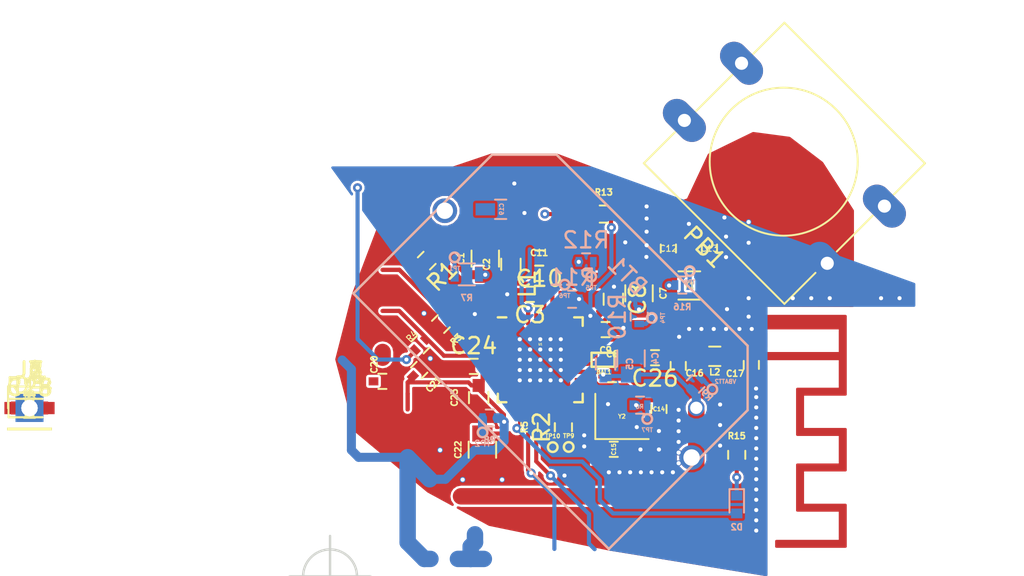
<source format=kicad_pcb>
(kicad_pcb (version 4) (host pcbnew 4.0.5)
  (layers (0 F.Cu signal) (31 B.Cu signal hide) (34 B.Paste user hide) (35 F.Paste user hide) (36 B.SilkS user hide) (37 F.SilkS user hide) (38 B.Mask user hide) (39 F.Mask user hide) (44 Edge.Cuts user hide))
  (net 0 "")
  (net 1 GND)
  (net 2 +3V3)
  (net 3 DIO10)
  (net 4 DIO9)
  (net 5 ADC1)
  (net 6 ADC2)
  (net 7 "Net-(C13-Pad2)")
  (net 8 "Net-(C14-Pad2)")
  (net 9 "Net-(C15-Pad2)")
  (net 10 "Net-(L1-Pad1)")
  (net 11 "Net-(BT1-Pad1)")
  (net 12 "Net-(U1-Pad3)")
  (net 13 "Net-(U1-Pad5)")
  (net 14 "Net-(U1-Pad7)")
  (net 15 "Net-(U1-Pad8)")
  (net 16 "Net-(U1-Pad29)")
  (net 17 "Net-(U1-Pad32)")
  (net 18 "Net-(BAL1-Pad3)")
  (net 19 "Net-(C10-Pad1)")
  (net 20 "Net-(C12-Pad2)")
  (net 21 "Net-(D2-Pad1)")
  (net 22 DIO7)
  (net 23 "Net-(R9-Pad2)")
  (net 24 "Net-(R10-Pad2)")
  (net 25 "Net-(R11-Pad2)")
  (net 26 "Net-(R12-Pad1)")
  (net 27 /RF0)
  (net 28 /RF1)
  (net 29 /DIO12_BUTTON)
  (net 30 "Net-(C20-Pad2)")
  (net 31 "Net-(R6-Pad2)")
  (net 32 "Net-(R7-Pad1)")
  (net 33 "Net-(R8-Pad1)")
  (net 34 "Net-(R16-Pad2)")
  (net 35 /DIO2_LED)
  (net 36 "Net-(U1-Pad9)")
  (net 37 "Net-(BT1-Pad2)")
  (net 38 "Net-(C16-Pad1)")
  (net 39 "Net-(R2-Pad1)")
  (net 40 "Net-(R5-Pad1)")
  (net 41 "Net-(C1-Pad1)")
  (net 42 "Net-(C28-Pad2)")
  (net 43 "Net-(C18-Pad1)")
  (net 44 "Net-(J7-Pad1)")
  (net 45 "Net-(U1-Pad12)")
  (net 46 "Net-(U1-Pad13)")
  (net 47 "Net-(U1-Pad14)")
  (module button_mkii:logos (layer F.Cu) (at 147.574 99.06)
    (fp_text reference G*** hide)
    (fp_text value LOGO hide)
  )
  (module batt_holder3035 (layer B.Cu) (at 123.3932 102.6795 315)
    (fp_text reference BT1 (at 0.0254 -5.1562 315) (layer B.SilkS) (effects (justify mirror)))
    (fp_text value Battery_cc3035)
    (pad 2 thru_hole circle (at 10.795 0 315) (size 1.524 1.524) (drill 1.016) (layers *.Cu *.Mask) (net 37 "Net-(BT1-Pad2)"))
    (pad 1 thru_hole circle (at -10.795 0 315) (size 1.524 1.524) (drill 1.016) (layers *.Cu *.Mask) (net 11 "Net-(BT1-Pad1)"))
    (pad 3 smd rect (at 0 0 315) (size 4.318 4.318) (layers B.Cu B.Paste B.Mask))
  )
  (module Miscellaneous:Via_Stitch_Dia0.356mm_Drill0.254mm (layer F.Cu) (at 117.61724 101.43998)
    (fp_text reference REF** hide)
    (fp_text value Via_Stitch_Dia0.356mm_Drill0.254mm)
    (pad 1 thru_hole circle (at 0 0) (size 0.356 0.356) (drill 0.254) (layers *.Cu) (net 1 GND))
  )
  (module Miscellaneous:Via_Stitch_Dia0.356mm_Drill0.254mm (layer F.Cu) (at 114.47272 101.39426)
    (fp_text reference REF** hide)
    (fp_text value Via_Stitch_Dia0.356mm_Drill0.254mm)
    (pad 1 thru_hole circle (at 0 0) (size 0.356 0.356) (drill 0.254) (layers *.Cu) (net 1 GND))
  )
  (module STBNRG1 (layer F.Cu) (at 121.666 104.267)
    (fp_text reference U1 (at 0.00508 -0.9652) (layer F.SilkS) (effects (font (size 0.127 0.127) (thickness 0.03175))))
    (fp_text value STBlueNRG-1)
    (pad 1 smd rect (at -2.54 -1.75) (size 0.8128 0.254) (layers F.Cu F.Paste F.Mask) (net 3 DIO10))
    (pad 2 smd rect (at -2.54 -1.25) (size 0.8128 0.254) (layers F.Cu F.Paste F.Mask) (net 4 DIO9))
    (pad 3 smd rect (at -2.54 -0.75) (size 0.8128 0.254) (layers F.Cu F.Paste F.Mask) (net 12 "Net-(U1-Pad3)"))
    (pad 4 smd rect (at -2.54 -0.25) (size 0.8128 0.254) (layers F.Cu F.Paste F.Mask) (net 22 DIO7))
    (pad 5 smd rect (at -2.54 0.25) (size 0.8128 0.254) (layers F.Cu F.Paste F.Mask) (net 13 "Net-(U1-Pad5)"))
    (pad 6 smd rect (at -2.54 0.75) (size 0.8128 0.254) (layers F.Cu F.Paste F.Mask) (net 2 +3V3))
    (pad 7 smd rect (at -2.54 1.25) (size 0.8128 0.254) (layers F.Cu F.Paste F.Mask) (net 14 "Net-(U1-Pad7)"))
    (pad 8 smd rect (at -2.54 1.75) (size 0.8128 0.254) (layers F.Cu F.Paste F.Mask) (net 15 "Net-(U1-Pad8)"))
    (pad 9 smd rect (at -1.75 2.54 90) (size 0.8128 0.254) (layers F.Cu F.Paste F.Mask) (net 36 "Net-(U1-Pad9)"))
    (pad 10 smd rect (at -1.25 2.54 90) (size 0.8128 0.254) (layers F.Cu F.Paste F.Mask) (net 35 /DIO2_LED))
    (pad 11 smd rect (at -0.75 2.54 90) (size 0.8128 0.254) (layers F.Cu F.Paste F.Mask) (net 44 "Net-(J7-Pad1)"))
    (pad 12 smd rect (at -0.25 2.54 90) (size 0.8128 0.254) (layers F.Cu F.Paste F.Mask) (net 45 "Net-(U1-Pad12)"))
    (pad 13 smd rect (at 0.25 2.54 90) (size 0.8128 0.254) (layers F.Cu F.Paste F.Mask) (net 46 "Net-(U1-Pad13)"))
    (pad 14 smd rect (at 0.75 2.54 90) (size 0.8128 0.254) (layers F.Cu F.Paste F.Mask) (net 47 "Net-(U1-Pad14)"))
    (pad 15 smd rect (at 1.25 2.54 90) (size 0.8128 0.254) (layers F.Cu F.Paste F.Mask) (net 5 ADC1))
    (pad 16 smd rect (at 1.75 2.54 90) (size 0.8128 0.254) (layers F.Cu F.Paste F.Mask) (net 6 ADC2))
    (pad 17 smd rect (at 2.54 1.75) (size 0.8128 0.254) (layers F.Cu F.Paste F.Mask) (net 9 "Net-(C15-Pad2)"))
    (pad 18 smd rect (at 2.54 1.25) (size 0.8128 0.254) (layers F.Cu F.Paste F.Mask) (net 8 "Net-(C14-Pad2)"))
    (pad 19 smd rect (at 2.54 0.75) (size 0.8128 0.254) (layers F.Cu F.Paste F.Mask) (net 2 +3V3))
    (pad 20 smd rect (at 2.54 0.25) (size 0.8128 0.254) (layers F.Cu F.Paste F.Mask) (net 28 /RF1))
    (pad 21 smd rect (at 2.54 -0.25) (size 0.8128 0.254) (layers F.Cu F.Paste F.Mask) (net 27 /RF0))
    (pad 22 smd rect (at 2.54 -0.75) (size 0.8128 0.254) (layers F.Cu F.Paste F.Mask) (net 7 "Net-(C13-Pad2)"))
    (pad 23 smd rect (at 2.54 -1.25) (size 0.8128 0.254) (layers F.Cu F.Paste F.Mask) (net 20 "Net-(C12-Pad2)"))
    (pad 24 smd rect (at 2.54 -1.75) (size 0.8128 0.254) (layers F.Cu F.Paste F.Mask) (net 2 +3V3))
    (pad 25 smd rect (at 1.75 -2.54 90) (size 0.8128 0.254) (layers F.Cu F.Paste F.Mask) (net 42 "Net-(C28-Pad2)"))
    (pad 26 smd rect (at 1.25 -2.54 90) (size 0.8128 0.254) (layers F.Cu F.Paste F.Mask) (net 10 "Net-(L1-Pad1)"))
    (pad 27 smd rect (at 0.75 -2.54 90) (size 0.8128 0.254) (layers F.Cu F.Paste F.Mask) (net 19 "Net-(C10-Pad1)"))
    (pad 28 smd rect (at 0.25 -2.54 90) (size 0.8128 0.254) (layers F.Cu F.Paste F.Mask) (net 41 "Net-(C1-Pad1)"))
    (pad 29 smd rect (at -0.25 -2.54 90) (size 0.8128 0.254) (layers F.Cu F.Paste F.Mask) (net 16 "Net-(U1-Pad29)"))
    (pad 30 smd rect (at -0.75 -2.54 90) (size 0.8128 0.254) (layers F.Cu F.Paste F.Mask) (net 29 /DIO12_BUTTON))
    (pad 31 smd rect (at -1.27 -2.54 90) (size 0.8128 0.254) (layers F.Cu F.Paste F.Mask) (net 1 GND))
    (pad 32 smd rect (at -1.75 -2.54 90) (size 0.8128 0.254) (layers F.Cu F.Paste F.Mask) (net 17 "Net-(U1-Pad32)"))
    (pad 33 smd rect (at 0.8625 0.8625) (size 1.725 1.725) (layers F.Cu F.Paste F.Mask) (net 1 GND))
    (pad 33 smd rect (at 0.8625 -0.8625) (size 1.725 1.725) (layers F.Cu F.Paste F.Mask) (net 1 GND))
    (pad 33 smd rect (at -0.8625 0.8625) (size 1.725 1.725) (layers F.Cu F.Paste F.Mask) (net 1 GND))
    (pad 33 smd rect (at -0.8625 -0.8625) (size 1.725 1.725) (layers F.Cu F.Paste F.Mask) (net 1 GND))
  )
  (module Miscellaneous:Via_Stitch_Dia0.356mm_Drill0.254mm (layer F.Cu) (at 126.2253 99.7458)
    (fp_text reference REF** hide)
    (fp_text value Via_Stitch_Dia0.356mm_Drill0.254mm)
    (pad 1 thru_hole circle (at 0 0) (size 0.356 0.356) (drill 0.254) (layers *.Cu) (net 1 GND))
  )
  (module Miscellaneous:Via_Stitch_Dia0.356mm_Drill0.254mm (layer B.Cu) (at 130.2258 108.0262)
    (fp_text reference REF** hide)
    (fp_text value Via_Stitch_Dia0.356mm_Drill0.254mm)
    (pad 1 thru_hole circle (at 0 0) (size 0.356 0.356) (drill 0.254) (layers *.Cu) (net 1 GND))
  )
  (module Miscellaneous:Via_Stitch_Dia0.356mm_Drill0.254mm (layer B.Cu) (at 130.2258 107.3658 90)
    (fp_text reference REF** hide)
    (fp_text value Via_Stitch_Dia0.356mm_Drill0.254mm)
    (pad 1 thru_hole circle (at 0 0 90) (size 0.356 0.356) (drill 0.254) (layers *.Cu) (net 1 GND))
  )
  (module Miscellaneous:Via_Stitch_Dia0.356mm_Drill0.254mm (layer B.Cu) (at 130.2258 108.6866)
    (fp_text reference REF** hide)
    (fp_text value Via_Stitch_Dia0.356mm_Drill0.254mm)
    (pad 1 thru_hole circle (at 0 0) (size 0.356 0.356) (drill 0.254) (layers *.Cu) (net 1 GND))
  )
  (module Miscellaneous:Via_Stitch_Dia0.356mm_Drill0.254mm (layer B.Cu) (at 135.0264 112.9284 90)
    (fp_text reference REF** hide)
    (fp_text value Via_Stitch_Dia0.356mm_Drill0.254mm)
    (pad 1 thru_hole circle (at 0 0 90) (size 0.356 0.356) (drill 0.254) (layers *.Cu) (net 1 GND))
  )
  (module Miscellaneous:Via_Stitch_Dia0.356mm_Drill0.254mm (layer B.Cu) (at 135.0264 110.3884 90)
    (fp_text reference REF** hide)
    (fp_text value Via_Stitch_Dia0.356mm_Drill0.254mm)
    (pad 1 thru_hole circle (at 0 0 90) (size 0.356 0.356) (drill 0.254) (layers *.Cu) (net 1 GND))
  )
  (module Miscellaneous:Via_Stitch_Dia0.356mm_Drill0.254mm (layer B.Cu) (at 135.0264 107.2134 90)
    (fp_text reference REF** hide)
    (fp_text value Via_Stitch_Dia0.356mm_Drill0.254mm)
    (pad 1 thru_hole circle (at 0 0 90) (size 0.356 0.356) (drill 0.254) (layers *.Cu) (net 1 GND))
  )
  (module Miscellaneous:Via_Stitch_Dia0.356mm_Drill0.254mm (layer B.Cu) (at 135.0264 106.5784 90)
    (fp_text reference REF** hide)
    (fp_text value Via_Stitch_Dia0.356mm_Drill0.254mm)
    (pad 1 thru_hole circle (at 0 0 90) (size 0.356 0.356) (drill 0.254) (layers *.Cu) (net 1 GND))
  )
  (module Miscellaneous:Via_Stitch_Dia0.356mm_Drill0.254mm (layer B.Cu) (at 135.0264 109.7534 90)
    (fp_text reference REF** hide)
    (fp_text value Via_Stitch_Dia0.356mm_Drill0.254mm)
    (pad 1 thru_hole circle (at 0 0 90) (size 0.356 0.356) (drill 0.254) (layers *.Cu) (net 1 GND))
  )
  (module Miscellaneous:Via_Stitch_Dia0.356mm_Drill0.254mm (layer B.Cu) (at 135.0264 111.6584 90)
    (fp_text reference REF** hide)
    (fp_text value Via_Stitch_Dia0.356mm_Drill0.254mm)
    (pad 1 thru_hole circle (at 0 0 90) (size 0.356 0.356) (drill 0.254) (layers *.Cu) (net 1 GND))
  )
  (module Miscellaneous:Via_Stitch_Dia0.356mm_Drill0.254mm (layer B.Cu) (at 135.0264 112.2934 90)
    (fp_text reference REF** hide)
    (fp_text value Via_Stitch_Dia0.356mm_Drill0.254mm)
    (pad 1 thru_hole circle (at 0 0 90) (size 0.356 0.356) (drill 0.254) (layers *.Cu) (net 1 GND))
  )
  (module Miscellaneous:Via_Stitch_Dia0.356mm_Drill0.254mm (layer B.Cu) (at 135.0264 109.1184 90)
    (fp_text reference REF** hide)
    (fp_text value Via_Stitch_Dia0.356mm_Drill0.254mm)
    (pad 1 thru_hole circle (at 0 0 90) (size 0.356 0.356) (drill 0.254) (layers *.Cu) (net 1 GND))
  )
  (module Miscellaneous:Via_Stitch_Dia0.356mm_Drill0.254mm (layer B.Cu) (at 135.0264 107.8484 90)
    (fp_text reference REF** hide)
    (fp_text value Via_Stitch_Dia0.356mm_Drill0.254mm)
    (pad 1 thru_hole circle (at 0 0 90) (size 0.356 0.356) (drill 0.254) (layers *.Cu) (net 1 GND))
  )
  (module Miscellaneous:Via_Stitch_Dia0.356mm_Drill0.254mm (layer B.Cu) (at 135.0264 108.4834 90)
    (fp_text reference REF** hide)
    (fp_text value Via_Stitch_Dia0.356mm_Drill0.254mm)
    (pad 1 thru_hole circle (at 0 0 90) (size 0.356 0.356) (drill 0.254) (layers *.Cu) (net 1 GND))
  )
  (module Miscellaneous:Via_Stitch_Dia0.356mm_Drill0.254mm (layer B.Cu) (at 135.0264 111.0234 90)
    (fp_text reference REF** hide)
    (fp_text value Via_Stitch_Dia0.356mm_Drill0.254mm)
    (pad 1 thru_hole circle (at 0 0 90) (size 0.356 0.356) (drill 0.254) (layers *.Cu) (net 1 GND))
  )
  (module Miscellaneous:Via_Stitch_Dia0.356mm_Drill0.254mm (layer B.Cu) (at 130.2258 110.6678 90)
    (fp_text reference REF** hide)
    (fp_text value Via_Stitch_Dia0.356mm_Drill0.254mm)
    (pad 1 thru_hole circle (at 0 0 90) (size 0.356 0.356) (drill 0.254) (layers *.Cu) (net 1 GND))
  )
  (module Miscellaneous:Via_Stitch_Dia0.356mm_Drill0.254mm (layer B.Cu) (at 135.0264 114.1984 90)
    (fp_text reference REF** hide)
    (fp_text value Via_Stitch_Dia0.356mm_Drill0.254mm)
    (pad 1 thru_hole circle (at 0 0 90) (size 0.356 0.356) (drill 0.254) (layers *.Cu) (net 1 GND))
  )
  (module Miscellaneous:Via_Stitch_Dia0.356mm_Drill0.254mm (layer B.Cu) (at 125.9078 111.2266 90)
    (fp_text reference REF** hide)
    (fp_text value Via_Stitch_Dia0.356mm_Drill0.254mm)
    (pad 1 thru_hole circle (at 0 0 90) (size 0.356 0.356) (drill 0.254) (layers *.Cu) (net 1 GND))
  )
  (module Miscellaneous:Via_Stitch_Dia0.356mm_Drill0.254mm (layer B.Cu) (at 135.0264 113.5634 90)
    (fp_text reference REF** hide)
    (fp_text value Via_Stitch_Dia0.356mm_Drill0.254mm)
    (pad 1 thru_hole circle (at 0 0 90) (size 0.356 0.356) (drill 0.254) (layers *.Cu) (net 1 GND))
  )
  (module Miscellaneous:Via_Stitch_Dia0.356mm_Drill0.254mm (layer B.Cu) (at 127.889 111.2266 90)
    (fp_text reference REF** hide)
    (fp_text value Via_Stitch_Dia0.356mm_Drill0.254mm)
    (pad 1 thru_hole circle (at 0 0 90) (size 0.356 0.356) (drill 0.254) (layers *.Cu) (net 1 GND))
  )
  (module Miscellaneous:Via_Stitch_Dia0.356mm_Drill0.254mm (layer B.Cu) (at 130.25628 102.84714 90)
    (fp_text reference REF** hide)
    (fp_text value Via_Stitch_Dia0.356mm_Drill0.254mm)
    (pad 1 thru_hole circle (at 0 0 90) (size 0.356 0.356) (drill 0.254) (layers *.Cu) (net 1 GND))
  )
  (module Miscellaneous:Via_Stitch_Dia0.356mm_Drill0.254mm (layer B.Cu) (at 128.2446 95.5294 90)
    (fp_text reference REF** hide)
    (fp_text value Via_Stitch_Dia0.356mm_Drill0.254mm)
    (pad 1 thru_hole circle (at 0 0 90) (size 0.356 0.356) (drill 0.254) (layers *.Cu) (net 1 GND))
  )
  (module Miscellaneous:Via_Stitch_Dia0.356mm_Drill0.254mm (layer B.Cu) (at 128.5494 111.2266 90)
    (fp_text reference REF** hide)
    (fp_text value Via_Stitch_Dia0.356mm_Drill0.254mm)
    (pad 1 thru_hole circle (at 0 0 90) (size 0.356 0.356) (drill 0.254) (layers *.Cu) (net 1 GND))
  )
  (module Miscellaneous:Via_Stitch_Dia0.356mm_Drill0.254mm (layer B.Cu) (at 126.5682 111.2266 90)
    (fp_text reference REF** hide)
    (fp_text value Via_Stitch_Dia0.356mm_Drill0.254mm)
    (pad 1 thru_hole circle (at 0 0 90) (size 0.356 0.356) (drill 0.254) (layers *.Cu) (net 1 GND))
  )
  (module Miscellaneous:Via_Stitch_Dia0.356mm_Drill0.254mm (layer B.Cu) (at 127.2286 111.2266 90)
    (fp_text reference REF** hide)
    (fp_text value Via_Stitch_Dia0.356mm_Drill0.254mm)
    (pad 1 thru_hole circle (at 0 0 90) (size 0.356 0.356) (drill 0.254) (layers *.Cu) (net 1 GND))
  )
  (module Miscellaneous:Via_Stitch_Dia0.356mm_Drill0.254mm (layer B.Cu) (at 129.2098 111.2266 90)
    (fp_text reference REF** hide)
    (fp_text value Via_Stitch_Dia0.356mm_Drill0.254mm)
    (pad 1 thru_hole circle (at 0 0 90) (size 0.356 0.356) (drill 0.254) (layers *.Cu) (net 1 GND))
  )
  (module Miscellaneous:Via_Stitch_Dia0.356mm_Drill0.254mm (layer B.Cu) (at 130.2258 109.347 90)
    (fp_text reference REF** hide)
    (fp_text value Via_Stitch_Dia0.356mm_Drill0.254mm)
    (pad 1 thru_hole circle (at 0 0 90) (size 0.356 0.356) (drill 0.254) (layers *.Cu) (net 1 GND))
  )
  (module Miscellaneous:Via_Stitch_Dia0.356mm_Drill0.254mm (layer F.Cu) (at 132.7912 107.0356 270)
    (fp_text reference REF** hide)
    (fp_text value Via_Stitch_Dia0.356mm_Drill0.254mm)
    (pad 1 thru_hole circle (at 0 0 270) (size 0.356 0.356) (drill 0.254) (layers *.Cu) (net 1 GND))
  )
  (module Miscellaneous:Via_Stitch_Dia0.356mm_Drill0.254mm (layer B.Cu) (at 135.0264 114.8334 90)
    (fp_text reference REF** hide)
    (fp_text value Via_Stitch_Dia0.356mm_Drill0.254mm)
    (pad 1 thru_hole circle (at 0 0 90) (size 0.356 0.356) (drill 0.254) (layers *.Cu) (net 1 GND))
  )
  (module Miscellaneous:Via_Stitch_Dia0.356mm_Drill0.254mm (layer B.Cu) (at 123.1646 111.4298 90)
    (fp_text reference REF** hide)
    (fp_text value Via_Stitch_Dia0.356mm_Drill0.254mm)
    (pad 1 thru_hole circle (at 0 0 90) (size 0.356 0.356) (drill 0.254) (layers *.Cu) (net 1 GND))
  )
  (module Miscellaneous:Via_Stitch_Dia0.356mm_Drill0.254mm (layer B.Cu) (at 128.2446 94.7801 90)
    (fp_text reference REF** hide)
    (fp_text value Via_Stitch_Dia0.356mm_Drill0.254mm)
    (pad 1 thru_hole circle (at 0 0 90) (size 0.356 0.356) (drill 0.254) (layers *.Cu) (net 1 GND))
  )
  (module Miscellaneous:Via_Stitch_Dia0.356mm_Drill0.254mm (layer B.Cu) (at 132.7912 109.5756 90)
    (fp_text reference REF** hide)
    (fp_text value Via_Stitch_Dia0.356mm_Drill0.254mm)
    (pad 1 thru_hole circle (at 0 0 90) (size 0.356 0.356) (drill 0.254) (layers *.Cu) (net 1 GND))
  )
  (module Miscellaneous:Via_Stitch_Dia0.356mm_Drill0.254mm (layer B.Cu) (at 132.7912 108.3056 90)
    (fp_text reference REF** hide)
    (fp_text value Via_Stitch_Dia0.356mm_Drill0.254mm)
    (pad 1 thru_hole circle (at 0 0 90) (size 0.356 0.356) (drill 0.254) (layers *.Cu) (net 1 GND))
  )
  (module Miscellaneous:Via_Stitch_Dia0.356mm_Drill0.254mm (layer B.Cu) (at 129.8702 111.2266 90)
    (fp_text reference REF** hide)
    (fp_text value Via_Stitch_Dia0.356mm_Drill0.254mm)
    (pad 1 thru_hole circle (at 0 0 90) (size 0.356 0.356) (drill 0.254) (layers *.Cu) (net 1 GND))
  )
  (module Miscellaneous:Via_Stitch_Dia0.356mm_Drill0.254mm (layer B.Cu) (at 135.01624 106.04754)
    (fp_text reference REF** hide)
    (fp_text value Via_Stitch_Dia0.356mm_Drill0.254mm)
    (pad 1 thru_hole circle (at 0 0) (size 0.356 0.356) (drill 0.254) (layers *.Cu) (net 1 GND))
  )
  (module Miscellaneous:Via_Stitch_Dia0.356mm_Drill0.254mm (layer B.Cu) (at 138.43 100.457)
    (fp_text reference REF** hide)
    (fp_text value Via_Stitch_Dia0.356mm_Drill0.254mm)
    (pad 1 thru_hole circle (at 0 0) (size 0.356 0.356) (drill 0.254) (layers *.Cu) (net 1 GND))
  )
  (module Miscellaneous:Via_Stitch_Dia0.356mm_Drill0.254mm (layer B.Cu) (at 137.287 100.457)
    (fp_text reference REF** hide)
    (fp_text value Via_Stitch_Dia0.356mm_Drill0.254mm)
    (pad 1 thru_hole circle (at 0 0) (size 0.356 0.356) (drill 0.254) (layers *.Cu) (net 1 GND))
  )
  (module Miscellaneous:Via_Stitch_Dia0.356mm_Drill0.254mm (layer B.Cu) (at 134.747 102.362)
    (fp_text reference REF** hide)
    (fp_text value Via_Stitch_Dia0.356mm_Drill0.254mm)
    (pad 1 thru_hole circle (at 0 0) (size 0.356 0.356) (drill 0.254) (layers *.Cu) (net 1 GND))
  )
  (module Miscellaneous:Via_Stitch_Dia0.356mm_Drill0.254mm (layer B.Cu) (at 133.985 102.362)
    (fp_text reference REF** hide)
    (fp_text value Via_Stitch_Dia0.356mm_Drill0.254mm)
    (pad 1 thru_hole circle (at 0 0) (size 0.356 0.356) (drill 0.254) (layers *.Cu) (net 1 GND))
  )
  (module Miscellaneous:Via_Stitch_Dia0.356mm_Drill0.254mm (layer B.Cu) (at 133.1595 102.362)
    (fp_text reference REF** hide)
    (fp_text value Via_Stitch_Dia0.356mm_Drill0.254mm)
    (pad 1 thru_hole circle (at 0 0) (size 0.356 0.356) (drill 0.254) (layers *.Cu) (net 1 GND))
  )
  (module Miscellaneous:Via_Stitch_Dia0.356mm_Drill0.254mm (layer B.Cu) (at 132.3975 102.362)
    (fp_text reference REF** hide)
    (fp_text value Via_Stitch_Dia0.356mm_Drill0.254mm)
    (pad 1 thru_hole circle (at 0 0) (size 0.356 0.356) (drill 0.254) (layers *.Cu) (net 1 GND))
  )
  (module Miscellaneous:Via_Stitch_Dia0.356mm_Drill0.254mm (layer B.Cu) (at 133.21792 101.13518)
    (fp_text reference REF** hide)
    (fp_text value Via_Stitch_Dia0.356mm_Drill0.254mm)
    (pad 1 thru_hole circle (at 0 0) (size 0.356 0.356) (drill 0.254) (layers *.Cu) (net 1 GND))
  )
  (module Miscellaneous:Via_Stitch_Dia0.356mm_Drill0.254mm (layer B.Cu) (at 133.1595 97.917)
    (fp_text reference REF** hide)
    (fp_text value Via_Stitch_Dia0.356mm_Drill0.254mm)
    (pad 1 thru_hole circle (at 0 0) (size 0.356 0.356) (drill 0.254) (layers *.Cu) (net 1 GND))
  )
  (module Miscellaneous:Via_Stitch_Dia0.356mm_Drill0.254mm (layer B.Cu) (at 133.1595 96.647)
    (fp_text reference REF** hide)
    (fp_text value Via_Stitch_Dia0.356mm_Drill0.254mm)
    (pad 1 thru_hole circle (at 0 0) (size 0.356 0.356) (drill 0.254) (layers *.Cu) (net 1 GND))
  )
  (module Miscellaneous:Via_Stitch_Dia0.356mm_Drill0.254mm (layer F.Cu) (at 143.891 100.457)
    (fp_text reference REF** hide)
    (fp_text value Via_Stitch_Dia0.356mm_Drill0.254mm)
    (pad 1 thru_hole circle (at 0 0) (size 0.356 0.356) (drill 0.254) (layers *.Cu) (net 1 GND))
  )
  (module Miscellaneous:Via_Stitch_Dia0.356mm_Drill0.254mm (layer F.Cu) (at 120.06072 93.36278)
    (fp_text reference REF** hide)
    (fp_text value Via_Stitch_Dia0.356mm_Drill0.254mm)
    (pad 1 thru_hole circle (at 0 0) (size 0.356 0.356) (drill 0.254) (layers *.Cu) (net 1 GND))
  )
  (module Miscellaneous:Via_Stitch_Dia0.356mm_Drill0.254mm (layer F.Cu) (at 119.6213 100.2157)
    (fp_text reference REF** hide)
    (fp_text value Via_Stitch_Dia0.356mm_Drill0.254mm)
    (pad 1 thru_hole circle (at 0 0) (size 0.356 0.356) (drill 0.254) (layers *.Cu) (net 1 GND))
  )
  (module Miscellaneous:Via_Stitch_Dia0.356mm_Drill0.254mm (layer F.Cu) (at 126.80696 102.29342)
    (fp_text reference REF** hide)
    (fp_text value Via_Stitch_Dia0.356mm_Drill0.254mm)
    (pad 1 thru_hole circle (at 0 0) (size 0.356 0.356) (drill 0.254) (layers *.Cu) (net 1 GND))
  )
  (module Miscellaneous:Via_Stitch_Dia0.356mm_Drill0.254mm (layer F.Cu) (at 114.86388 104.18826)
    (fp_text reference REF** hide)
    (fp_text value Via_Stitch_Dia0.356mm_Drill0.254mm)
    (pad 1 thru_hole circle (at 0 0) (size 0.356 0.356) (drill 0.254) (layers *.Cu) (net 1 GND))
  )
  (module Miscellaneous:Via_Stitch_Dia0.356mm_Drill0.254mm (layer F.Cu) (at 128.2446 97.1804)
    (fp_text reference REF** hide)
    (fp_text value Via_Stitch_Dia0.356mm_Drill0.254mm)
    (pad 1 thru_hole circle (at 0 0) (size 0.356 0.356) (drill 0.254) (layers *.Cu) (net 1 GND))
  )
  (module Miscellaneous:Via_Stitch_Dia0.356mm_Drill0.254mm (layer F.Cu) (at 124.3838 109.6264)
    (fp_text reference REF** hide)
    (fp_text value Via_Stitch_Dia0.356mm_Drill0.254mm)
    (pad 1 thru_hole circle (at 0 0) (size 0.356 0.356) (drill 0.254) (layers *.Cu) (net 1 GND))
  )
  (module Miscellaneous:Via_Stitch_Dia0.356mm_Drill0.254mm (layer B.Cu) (at 127.635 108.4326)
    (fp_text reference REF** hide)
    (fp_text value Via_Stitch_Dia0.356mm_Drill0.254mm)
    (pad 1 thru_hole circle (at 0 0) (size 0.356 0.356) (drill 0.254) (layers *.Cu) (net 1 GND))
  )
  (module Miscellaneous:Via_Stitch_Dia0.356mm_Drill0.254mm (layer B.Cu) (at 125.857 107.0102)
    (fp_text reference REF** hide)
    (fp_text value Via_Stitch_Dia0.356mm_Drill0.254mm)
    (pad 1 thru_hole circle (at 0 0) (size 0.356 0.356) (drill 0.254) (layers *.Cu) (net 1 GND))
  )
  (module Miscellaneous:Via_Stitch_Dia0.356mm_Drill0.254mm (layer B.Cu) (at 115.4684 109.855)
    (fp_text reference REF** hide)
    (fp_text value Via_Stitch_Dia0.356mm_Drill0.254mm)
    (pad 1 thru_hole circle (at 0 0) (size 0.356 0.356) (drill 0.254) (layers *.Cu) (net 1 GND))
  )
  (module Miscellaneous:Via_Stitch_Dia0.356mm_Drill0.254mm (layer B.Cu) (at 129.0066 109.8169)
    (fp_text reference REF** hide)
    (fp_text value Via_Stitch_Dia0.356mm_Drill0.254mm)
    (pad 1 thru_hole circle (at 0 0) (size 0.356 0.356) (drill 0.254) (layers *.Cu) (net 1 GND))
  )
  (module Miscellaneous:Via_Stitch_Dia0.356mm_Drill0.254mm (layer B.Cu) (at 116.8654 111.6838)
    (fp_text reference REF** hide)
    (fp_text value Via_Stitch_Dia0.356mm_Drill0.254mm)
    (pad 1 thru_hole circle (at 0 0) (size 0.356 0.356) (drill 0.254) (layers *.Cu) (net 1 GND))
  )
  (module Miscellaneous:Via_Stitch_Dia0.356mm_Drill0.254mm (layer B.Cu) (at 129.0066 108.6739)
    (fp_text reference REF** hide)
    (fp_text value Via_Stitch_Dia0.356mm_Drill0.254mm)
    (pad 1 thru_hole circle (at 0 0) (size 0.356 0.356) (drill 0.254) (layers *.Cu) (net 1 GND))
  )
  (module Miscellaneous:Via_Stitch_Dia0.356mm_Drill0.254mm (layer B.Cu) (at 119.3038 111.6838 90)
    (fp_text reference REF** hide)
    (fp_text value Via_Stitch_Dia0.356mm_Drill0.254mm)
    (pad 1 thru_hole circle (at 0 0 90) (size 0.356 0.356) (drill 0.254) (layers *.Cu) (net 1 GND))
  )
  (module Miscellaneous:Via_Stitch_Dia0.356mm_Drill0.254mm (layer B.Cu) (at 127.8636 109.8169)
    (fp_text reference REF** hide)
    (fp_text value Via_Stitch_Dia0.356mm_Drill0.254mm)
    (pad 1 thru_hole circle (at 0 0) (size 0.356 0.356) (drill 0.254) (layers *.Cu) (net 1 GND))
  )
  (module Miscellaneous:Via_Stitch_Dia0.356mm_Drill0.254mm (layer B.Cu) (at 124.3838 108.9406 90)
    (fp_text reference REF** hide)
    (fp_text value Via_Stitch_Dia0.356mm_Drill0.254mm)
    (pad 1 thru_hole circle (at 0 0 90) (size 0.356 0.356) (drill 0.254) (layers *.Cu) (net 1 GND))
  )
  (module Miscellaneous:Via_Stitch_Dia0.356mm_Drill0.254mm (layer B.Cu) (at 130.2258 110.0074)
    (fp_text reference REF** hide)
    (fp_text value Via_Stitch_Dia0.356mm_Drill0.254mm)
    (pad 1 thru_hole circle (at 0 0) (size 0.356 0.356) (drill 0.254) (layers *.Cu) (net 1 GND))
  )
  (module Miscellaneous:Via_Stitch_Dia0.356mm_Drill0.254mm (layer B.Cu) (at 128.2319 97.9043)
    (fp_text reference REF** hide)
    (fp_text value Via_Stitch_Dia0.356mm_Drill0.254mm)
    (pad 1 thru_hole circle (at 0 0) (size 0.356 0.356) (drill 0.254) (layers *.Cu) (net 1 GND))
  )
  (module Miscellaneous:Via_Stitch_Dia0.356mm_Drill0.254mm (layer B.Cu) (at 134.5565 97.028)
    (fp_text reference REF** hide)
    (fp_text value Via_Stitch_Dia0.356mm_Drill0.254mm)
    (pad 1 thru_hole circle (at 0 0) (size 0.356 0.356) (drill 0.254) (layers *.Cu) (net 1 GND))
  )
  (module Miscellaneous:Via_Stitch_Dia0.356mm_Drill0.254mm (layer B.Cu) (at 133.0579 95.4659)
    (fp_text reference REF** hide)
    (fp_text value Via_Stitch_Dia0.356mm_Drill0.254mm)
    (pad 1 thru_hole circle (at 0 0) (size 0.356 0.356) (drill 0.254) (layers *.Cu) (net 1 GND))
  )
  (module Miscellaneous:Via_Stitch_Dia0.356mm_Drill0.254mm (layer B.Cu) (at 142.748 100.457)
    (fp_text reference REF** hide)
    (fp_text value Via_Stitch_Dia0.356mm_Drill0.254mm)
    (pad 1 thru_hole circle (at 0 0) (size 0.356 0.356) (drill 0.254) (layers *.Cu) (net 1 GND))
  )
  (module Miscellaneous:Via_Stitch_Dia0.356mm_Drill0.254mm (layer B.Cu) (at 134.5565 100.457)
    (fp_text reference REF** hide)
    (fp_text value Via_Stitch_Dia0.356mm_Drill0.254mm)
    (pad 1 thru_hole circle (at 0 0) (size 0.356 0.356) (drill 0.254) (layers *.Cu) (net 1 GND))
  )
  (module Miscellaneous:Via_Stitch_Dia0.356mm_Drill0.254mm (layer B.Cu) (at 134.5565 101.6)
    (fp_text reference REF** hide)
    (fp_text value Via_Stitch_Dia0.356mm_Drill0.254mm)
    (pad 1 thru_hole circle (at 0 0) (size 0.356 0.356) (drill 0.254) (layers *.Cu) (net 1 GND))
  )
  (module Miscellaneous:Via_Stitch_Dia0.356mm_Drill0.254mm (layer B.Cu) (at 131.6355 102.362)
    (fp_text reference REF** hide)
    (fp_text value Via_Stitch_Dia0.356mm_Drill0.254mm)
    (pad 1 thru_hole circle (at 0 0) (size 0.356 0.356) (drill 0.254) (layers *.Cu) (net 1 GND))
  )
  (module Miscellaneous:Via_Stitch_Dia0.356mm_Drill0.254mm (layer B.Cu) (at 130.8735 102.362)
    (fp_text reference REF** hide)
    (fp_text value Via_Stitch_Dia0.356mm_Drill0.254mm)
    (pad 1 thru_hole circle (at 0 0) (size 0.356 0.356) (drill 0.254) (layers *.Cu) (net 1 GND))
  )
  (module Miscellaneous:Via_Stitch_Dia0.356mm_Drill0.254mm (layer B.Cu) (at 130.8608 95.8596)
    (fp_text reference REF** hide)
    (fp_text value Via_Stitch_Dia0.356mm_Drill0.254mm)
    (pad 1 thru_hole circle (at 0 0) (size 0.356 0.356) (drill 0.254) (layers *.Cu) (net 1 GND))
  )
  (module Miscellaneous:Via_Stitch_Dia0.356mm_Drill0.254mm (layer B.Cu) (at 134.5565 95.7453)
    (fp_text reference REF** hide)
    (fp_text value Via_Stitch_Dia0.356mm_Drill0.254mm)
    (pad 1 thru_hole circle (at 0 0) (size 0.356 0.356) (drill 0.254) (layers *.Cu) (net 1 GND))
  )
  (module Miscellaneous:Via_Stitch_Dia0.356mm_Drill0.254mm (layer B.Cu) (at 139.573 100.457)
    (fp_text reference REF** hide)
    (fp_text value Via_Stitch_Dia0.356mm_Drill0.254mm)
    (pad 1 thru_hole circle (at 0 0) (size 0.356 0.356) (drill 0.254) (layers *.Cu) (net 1 GND))
  )
  (module Miscellaneous:Via_Stitch_Dia0.356mm_Drill0.254mm (layer B.Cu) (at 128.2446 96.3422)
    (fp_text reference REF** hide)
    (fp_text value Via_Stitch_Dia0.356mm_Drill0.254mm)
    (pad 1 thru_hole circle (at 0 0) (size 0.356 0.356) (drill 0.254) (layers *.Cu) (net 1 GND))
  )
  (module Miscellaneous:Via_Stitch_Dia0.356mm_Drill0.254mm (layer F.Cu) (at 122.936 105.537)
    (fp_text reference REF** hide)
    (fp_text value Via_Stitch_Dia0.356mm_Drill0.254mm)
    (pad 1 thru_hole circle (at 0 0) (size 0.356 0.356) (drill 0.254) (layers *.Cu) (net 1 GND))
  )
  (module Miscellaneous:Via_Stitch_Dia0.356mm_Drill0.254mm (layer F.Cu) (at 122.301 105.537)
    (fp_text reference REF** hide)
    (fp_text value Via_Stitch_Dia0.356mm_Drill0.254mm)
    (pad 1 thru_hole circle (at 0 0) (size 0.356 0.356) (drill 0.254) (layers *.Cu) (net 1 GND))
  )
  (module Miscellaneous:Via_Stitch_Dia0.356mm_Drill0.254mm (layer F.Cu) (at 121.666 105.537)
    (fp_text reference REF** hide)
    (fp_text value Via_Stitch_Dia0.356mm_Drill0.254mm)
    (pad 1 thru_hole circle (at 0 0) (size 0.356 0.356) (drill 0.254) (layers *.Cu) (net 1 GND))
  )
  (module Miscellaneous:Via_Stitch_Dia0.356mm_Drill0.254mm (layer F.Cu) (at 121.031 105.537)
    (fp_text reference REF** hide)
    (fp_text value Via_Stitch_Dia0.356mm_Drill0.254mm)
    (pad 1 thru_hole circle (at 0 0) (size 0.356 0.356) (drill 0.254) (layers *.Cu) (net 1 GND))
  )
  (module Miscellaneous:Via_Stitch_Dia0.356mm_Drill0.254mm (layer F.Cu) (at 120.396 105.537)
    (fp_text reference REF** hide)
    (fp_text value Via_Stitch_Dia0.356mm_Drill0.254mm)
    (pad 1 thru_hole circle (at 0 0) (size 0.356 0.356) (drill 0.254) (layers *.Cu) (net 1 GND))
  )
  (module Miscellaneous:Via_Stitch_Dia0.356mm_Drill0.254mm (layer F.Cu) (at 120.396 104.902)
    (fp_text reference REF** hide)
    (fp_text value Via_Stitch_Dia0.356mm_Drill0.254mm)
    (pad 1 thru_hole circle (at 0 0) (size 0.356 0.356) (drill 0.254) (layers *.Cu) (net 1 GND))
  )
  (module Miscellaneous:Via_Stitch_Dia0.356mm_Drill0.254mm (layer F.Cu) (at 121.031 104.902)
    (fp_text reference REF** hide)
    (fp_text value Via_Stitch_Dia0.356mm_Drill0.254mm)
    (pad 1 thru_hole circle (at 0 0) (size 0.356 0.356) (drill 0.254) (layers *.Cu) (net 1 GND))
  )
  (module Miscellaneous:Via_Stitch_Dia0.356mm_Drill0.254mm (layer F.Cu) (at 121.666 104.902)
    (fp_text reference REF** hide)
    (fp_text value Via_Stitch_Dia0.356mm_Drill0.254mm)
    (pad 1 thru_hole circle (at 0 0) (size 0.356 0.356) (drill 0.254) (layers *.Cu) (net 1 GND))
  )
  (module Miscellaneous:Via_Stitch_Dia0.356mm_Drill0.254mm (layer F.Cu) (at 122.301 104.902)
    (fp_text reference REF** hide)
    (fp_text value Via_Stitch_Dia0.356mm_Drill0.254mm)
    (pad 1 thru_hole circle (at 0 0) (size 0.356 0.356) (drill 0.254) (layers *.Cu) (net 1 GND))
  )
  (module Miscellaneous:Via_Stitch_Dia0.356mm_Drill0.254mm (layer F.Cu) (at 122.936 104.902)
    (fp_text reference REF** hide)
    (fp_text value Via_Stitch_Dia0.356mm_Drill0.254mm)
    (pad 1 thru_hole circle (at 0 0) (size 0.356 0.356) (drill 0.254) (layers *.Cu) (net 1 GND))
  )
  (module Miscellaneous:Via_Stitch_Dia0.356mm_Drill0.254mm (layer F.Cu) (at 122.936 104.267)
    (fp_text reference REF** hide)
    (fp_text value Via_Stitch_Dia0.356mm_Drill0.254mm)
    (pad 1 thru_hole circle (at 0 0) (size 0.356 0.356) (drill 0.254) (layers *.Cu) (net 1 GND))
  )
  (module Miscellaneous:Via_Stitch_Dia0.356mm_Drill0.254mm (layer F.Cu) (at 122.301 104.267)
    (fp_text reference REF** hide)
    (fp_text value Via_Stitch_Dia0.356mm_Drill0.254mm)
    (pad 1 thru_hole circle (at 0 0) (size 0.356 0.356) (drill 0.254) (layers *.Cu) (net 1 GND))
  )
  (module Miscellaneous:Via_Stitch_Dia0.356mm_Drill0.254mm (layer F.Cu) (at 121.666 104.267)
    (fp_text reference REF** hide)
    (fp_text value Via_Stitch_Dia0.356mm_Drill0.254mm)
    (pad 1 thru_hole circle (at 0 0) (size 0.356 0.356) (drill 0.254) (layers *.Cu) (net 1 GND))
  )
  (module Miscellaneous:Via_Stitch_Dia0.356mm_Drill0.254mm (layer F.Cu) (at 121.031 104.267)
    (fp_text reference REF** hide)
    (fp_text value Via_Stitch_Dia0.356mm_Drill0.254mm)
    (pad 1 thru_hole circle (at 0 0) (size 0.356 0.356) (drill 0.254) (layers *.Cu) (net 1 GND))
  )
  (module Miscellaneous:Via_Stitch_Dia0.356mm_Drill0.254mm (layer F.Cu) (at 120.396 104.267)
    (fp_text reference REF** hide)
    (fp_text value Via_Stitch_Dia0.356mm_Drill0.254mm)
    (pad 1 thru_hole circle (at 0 0) (size 0.356 0.356) (drill 0.254) (layers *.Cu) (net 1 GND))
  )
  (module Miscellaneous:Via_Stitch_Dia0.356mm_Drill0.254mm (layer F.Cu) (at 120.396 103.632)
    (fp_text reference REF** hide)
    (fp_text value Via_Stitch_Dia0.356mm_Drill0.254mm)
    (pad 1 thru_hole circle (at 0 0) (size 0.356 0.356) (drill 0.254) (layers *.Cu) (net 1 GND))
  )
  (module Miscellaneous:Via_Stitch_Dia0.356mm_Drill0.254mm (layer F.Cu) (at 121.031 103.632)
    (fp_text reference REF** hide)
    (fp_text value Via_Stitch_Dia0.356mm_Drill0.254mm)
    (pad 1 thru_hole circle (at 0 0) (size 0.356 0.356) (drill 0.254) (layers *.Cu) (net 1 GND))
  )
  (module Miscellaneous:Via_Stitch_Dia0.356mm_Drill0.254mm (layer F.Cu) (at 121.666 103.632)
    (fp_text reference REF** hide)
    (fp_text value Via_Stitch_Dia0.356mm_Drill0.254mm)
    (pad 1 thru_hole circle (at 0 0) (size 0.356 0.356) (drill 0.254) (layers *.Cu) (net 1 GND))
  )
  (module Miscellaneous:Via_Stitch_Dia0.356mm_Drill0.254mm (layer F.Cu) (at 122.301 103.632)
    (fp_text reference REF** hide)
    (fp_text value Via_Stitch_Dia0.356mm_Drill0.254mm)
    (pad 1 thru_hole circle (at 0 0) (size 0.356 0.356) (drill 0.254) (layers *.Cu) (net 1 GND))
  )
  (module Miscellaneous:Via_Stitch_Dia0.356mm_Drill0.254mm (layer F.Cu) (at 122.936 103.632)
    (fp_text reference REF** hide)
    (fp_text value Via_Stitch_Dia0.356mm_Drill0.254mm)
    (pad 1 thru_hole circle (at 0 0) (size 0.356 0.356) (drill 0.254) (layers *.Cu) (net 1 GND))
  )
  (module Miscellaneous:Via_Stitch_Dia0.356mm_Drill0.254mm (layer F.Cu) (at 122.936 102.997)
    (fp_text reference REF** hide)
    (fp_text value Via_Stitch_Dia0.356mm_Drill0.254mm)
    (pad 1 thru_hole circle (at 0 0) (size 0.356 0.356) (drill 0.254) (layers *.Cu) (net 1 GND))
  )
  (module Miscellaneous:Via_Stitch_Dia0.356mm_Drill0.254mm (layer F.Cu) (at 122.301 102.997)
    (fp_text reference REF** hide)
    (fp_text value Via_Stitch_Dia0.356mm_Drill0.254mm)
    (pad 1 thru_hole circle (at 0 0) (size 0.356 0.356) (drill 0.254) (layers *.Cu) (net 1 GND))
  )
  (module Miscellaneous:Via_Stitch_Dia0.356mm_Drill0.254mm (layer F.Cu) (at 121.666 102.997)
    (fp_text reference REF** hide)
    (fp_text value Via_Stitch_Dia0.356mm_Drill0.254mm)
    (pad 1 thru_hole circle (at 0 0) (size 0.356 0.356) (drill 0.254) (layers *.Cu) (net 1 GND))
  )
  (module Miscellaneous:Via_Stitch_Dia0.356mm_Drill0.254mm (layer F.Cu) (at 121.031 102.997)
    (fp_text reference REF** hide)
    (fp_text value Via_Stitch_Dia0.356mm_Drill0.254mm)
    (pad 1 thru_hole circle (at 0 0) (size 0.356 0.356) (drill 0.254) (layers *.Cu) (net 1 GND))
  )
  (module Crystals:Crystal_SMD_2520-4pin_2.5x2.0mm (layer F.Cu) (at 126.7206 107.7722)
    (fp_text reference Y2 (at -0.00254 -0.00254) (layer F.SilkS) (effects (font (size 0.254 0.254) (thickness 0.0635))))
    (fp_text value "XTAL 32MHz")
    (pad 1 smd rect (at -0.875 0.7) (size 1.15 1) (layers F.Cu F.Paste F.Mask) (net 9 "Net-(C15-Pad2)"))
    (pad 2 smd rect (at 0.875 0.7) (size 1.15 1) (layers F.Cu F.Paste F.Mask) (net 1 GND))
    (pad 3 smd rect (at 0.875 -0.7) (size 1.15 1) (layers F.Cu F.Paste F.Mask) (net 8 "Net-(C14-Pad2)"))
    (pad 4 smd rect (at -0.875 -0.7) (size 1.15 1) (layers F.Cu F.Paste F.Mask) (net 1 GND))
  )
  (module Miscellaneous:Via_Stitch_Dia0.356mm_Drill0.254mm (layer F.Cu) (at 120.396 102.997)
    (fp_text reference REF** hide)
    (fp_text value "")
    (pad 1 thru_hole circle (at 0 0) (size 0.356 0.356) (drill 0.254) (layers *.Cu) (net 1 GND))
  )
  (module Capacitors_SMD:C_0402 (layer F.Cu) (at 132.1308 97.3836 270)
    (fp_text reference C13 (at 0 0 360) (layer F.SilkS) (effects (font (size 0.381 0.381) (thickness 0.0635))))
    (fp_text value 22pF)
    (pad 1 smd rect (at -0.55 0 270) (size 0.6 0.5) (layers F.Cu F.Paste F.Mask) (net 1 GND))
    (pad 2 smd rect (at 0.55 0 270) (size 0.6 0.5) (layers F.Cu F.Paste F.Mask) (net 7 "Net-(C13-Pad2)"))
  )
  (module Capacitors_SMD:C_0402 (layer F.Cu) (at 129.0066 107.315 90)
    (fp_text reference C14 (at 0 0 180) (layer F.SilkS) (effects (font (size 0.254 0.254) (thickness 0.0635))))
    (fp_text value 27pF)
    (pad 1 smd rect (at -0.55 0 90) (size 0.6 0.5) (layers F.Cu F.Paste F.Mask) (net 1 GND))
    (pad 2 smd rect (at 0.55 0 90) (size 0.6 0.5) (layers F.Cu F.Paste F.Mask) (net 8 "Net-(C14-Pad2)"))
  )
  (module Capacitors_SMD:C_0402 (layer F.Cu) (at 126.2126 109.8042 180)
    (fp_text reference C15 (at 0 0 270) (layer F.SilkS) (effects (font (size 0.254 0.254) (thickness 0.0635))))
    (fp_text value 33pF)
    (pad 1 smd rect (at -0.55 0 180) (size 0.6 0.5) (layers F.Cu F.Paste F.Mask) (net 1 GND))
    (pad 2 smd rect (at 0.55 0 180) (size 0.6 0.5) (layers F.Cu F.Paste F.Mask) (net 9 "Net-(C15-Pad2)"))
  )
  (module Crystals:Crystal_SMD_3215-2pin_3.2x1.5mm (layer F.Cu) (at 130.8862 99.6696 180)
    (fp_text reference Y1 (at 0 0 180) (layer F.SilkS) (effects (font (size 0.381 0.381) (thickness 0.0635))))
    (fp_text value "Xtal 32.768kHz")
    (pad 1 smd rect (at 1.25 0 180) (size 1 1.8) (layers F.Cu F.Paste F.Mask) (net 20 "Net-(C12-Pad2)"))
    (pad 2 smd rect (at -1.25 0 180) (size 1 1.8) (layers F.Cu F.Paste F.Mask) (net 7 "Net-(C13-Pad2)"))
  )
  (module Miscellaneous:BNRG1_balun (layer F.Cu) (at 125.5522 104.267)
    (fp_text reference BAL1 (at 0.0508 0.762) (layer F.SilkS) (effects (font (size 0.254 0.254) (thickness 0.0635))))
    (fp_text value STBNR1_balun)
    (pad 1 smd rect (at -0.508 -0.2413) (size 0.3302 0.3302) (layers F.Cu F.Paste F.Mask) (net 27 /RF0))
    (pad 2 smd rect (at -0.508 0.2413) (size 0.3302 0.3302) (layers F.Cu F.Paste F.Mask) (net 28 /RF1))
    (pad 3 smd rect (at 0.508 -0.2413) (size 0.3302 0.3302) (layers F.Cu F.Paste F.Mask) (net 18 "Net-(BAL1-Pad3)"))
    (pad 4 smd rect (at 0.508 0.2413) (size 0.3302 0.3302) (layers F.Cu F.Paste F.Mask) (net 1 GND))
  )
  (module Capacitors_SMD:C_0402 (layer F.Cu) (at 129.5908 97.3836 270)
    (fp_text reference C12 (at 0 0 360) (layer F.SilkS) (effects (font (size 0.381 0.381) (thickness 0.0635))))
    (fp_text value 27pF)
    (pad 1 smd rect (at -0.55 0 270) (size 0.6 0.5) (layers F.Cu F.Paste F.Mask) (net 1 GND))
    (pad 2 smd rect (at 0.55 0 270) (size 0.6 0.5) (layers F.Cu F.Paste F.Mask) (net 20 "Net-(C12-Pad2)"))
  )
  (module Capacitors_SMD:C_0603_HandSoldering (layer B.Cu) (at 119.2149 94.9579)
    (fp_text reference C19 (at 0.0635 -0.0127 270) (layer B.SilkS) (effects (font (size 0.254 0.254) (thickness 0.0635)) (justify mirror)))
    (fp_text value 1uF)
    (pad 1 smd rect (at -0.95 0) (size 1.2 0.75) (layers B.Cu B.Paste B.Mask) (net 11 "Net-(BT1-Pad1)"))
    (pad 2 smd rect (at 0.95 0) (size 1.2 0.75) (layers B.Cu B.Paste B.Mask) (net 1 GND))
  )
  (module Inductors_NEOSID:Neosid_Inductor_SM-NE29_SMD1008 (layer F.Cu) (at 124.0663 99.3648 90)
    (fp_text reference L1 (at -0.20066 -3.2004 90) (layer F.SilkS))
    (fp_text value 10uH)
    (pad 2 smd rect (at 1.14554 0 90) (size 1.02108 2.54) (layers F.Cu F.Paste F.Mask) (net 19 "Net-(C10-Pad1)"))
    (pad 1 smd rect (at -1.14554 0 90) (size 1.02108 2.54) (layers F.Cu F.Paste F.Mask) (net 10 "Net-(L1-Pad1)"))
  )
  (module Capacitors_SMD:C_0805 (layer F.Cu) (at 118.2624 98.0059 90)
    (fp_text reference C1 (at 0 -1.5 90) (layer F.SilkS) (effects (font (size 0.381 0.381) (thickness 0.09525))))
    (fp_text value 1uF)
    (pad 1 smd rect (at -1 0 90) (size 1 1.25) (layers F.Cu F.Paste F.Mask) (net 41 "Net-(C1-Pad1)"))
    (pad 2 smd rect (at 1 0 90) (size 1 1.25) (layers F.Cu F.Paste F.Mask) (net 1 GND))
  )
  (module Capacitors_SMD:C_0603 (layer F.Cu) (at 119.8499 98.3615 90)
    (fp_text reference C2 (at 0 -1.5 90) (layer F.SilkS) (effects (font (size 0.381 0.381) (thickness 0.09525))))
    (fp_text value 0.1uF)
    (pad 1 smd rect (at -0.75 0 90) (size 0.8 0.75) (layers F.Cu F.Paste F.Mask) (net 41 "Net-(C1-Pad1)"))
    (pad 2 smd rect (at 0.75 0 90) (size 0.8 0.75) (layers F.Cu F.Paste F.Mask) (net 1 GND))
  )
  (module Capacitors_SMD:C_0402 (layer F.Cu) (at 121.031 100.2157 180)
    (fp_text reference C3 (at 0 -1.27 180) (layer F.SilkS))
    (fp_text value 0.01uF)
    (pad 1 smd rect (at -0.55 0 180) (size 0.6 0.5) (layers F.Cu F.Paste F.Mask) (net 41 "Net-(C1-Pad1)"))
    (pad 2 smd rect (at 0.55 0 180) (size 0.6 0.5) (layers F.Cu F.Paste F.Mask) (net 1 GND))
  )
  (module Capacitors_SMD:C_0805 (layer B.Cu) (at 127.2794 104.1781 90)
    (fp_text reference C4 (at 0 1.5 90) (layer B.SilkS) (effects (font (size 0.381 0.381) (thickness 0.09525)) (justify mirror)))
    (fp_text value 1uF)
    (pad 1 smd rect (at -1 0 90) (size 1 1.25) (layers B.Cu B.Paste B.Mask) (net 2 +3V3))
    (pad 2 smd rect (at 1 0 90) (size 1 1.25) (layers B.Cu B.Paste B.Mask) (net 1 GND))
  )
  (module Capacitors_SMD:C_0603 (layer B.Cu) (at 125.7046 104.521 90)
    (fp_text reference C5 (at 0 1.5 90) (layer B.SilkS) (effects (font (size 0.381 0.381) (thickness 0.09525)) (justify mirror)))
    (fp_text value 0.1uF)
    (pad 1 smd rect (at -0.75 0 90) (size 0.8 0.75) (layers B.Cu B.Paste B.Mask) (net 2 +3V3))
    (pad 2 smd rect (at 0.75 0 90) (size 0.8 0.75) (layers B.Cu B.Paste B.Mask) (net 1 GND))
  )
  (module Capacitors_SMD:C_0402 (layer F.Cu) (at 126.111 105.1814)
    (fp_text reference C6 (at 0 -1.27) (layer F.SilkS) (effects (font (size 0.381 0.381) (thickness 0.09525))))
    (fp_text value 0.01uF)
    (pad 1 smd rect (at -0.55 0) (size 0.6 0.5) (layers F.Cu F.Paste F.Mask) (net 2 +3V3))
    (pad 2 smd rect (at 0.55 0) (size 0.6 0.5) (layers F.Cu F.Paste F.Mask) (net 1 GND))
  )
  (module Capacitors_SMD:C_0805 (layer F.Cu) (at 127.7747 100.1522 270)
    (fp_text reference C7 (at 0 -1.5 270) (layer F.SilkS) (effects (font (size 0.381 0.381) (thickness 0.09525))))
    (fp_text value 0.01uF)
    (pad 1 smd rect (at -1 0 270) (size 1 1.25) (layers F.Cu F.Paste F.Mask) (net 1 GND))
    (pad 2 smd rect (at 1 0 270) (size 1 1.25) (layers F.Cu F.Paste F.Mask) (net 2 +3V3))
  )
  (module Capacitors_SMD:C_0603 (layer F.Cu) (at 126.1872 100.5205 270)
    (fp_text reference C8 (at 0 -1.5 270) (layer F.SilkS))
    (fp_text value 1000pF)
    (pad 1 smd rect (at -0.75 0 270) (size 0.8 0.75) (layers F.Cu F.Paste F.Mask) (net 1 GND))
    (pad 2 smd rect (at 0.75 0 270) (size 0.8 0.75) (layers F.Cu F.Paste F.Mask) (net 2 +3V3))
  )
  (module Capacitors_SMD:C_0402 (layer F.Cu) (at 125.7046 102.4001 180)
    (fp_text reference C9 (at 0 -1.27 180) (layer F.SilkS) (effects (font (size 0.381 0.381) (thickness 0.09525))))
    (fp_text value 10pF)
    (pad 1 smd rect (at -0.55 0 180) (size 0.6 0.5) (layers F.Cu F.Paste F.Mask) (net 1 GND))
    (pad 2 smd rect (at 0.55 0 180) (size 0.6 0.5) (layers F.Cu F.Paste F.Mask) (net 2 +3V3))
  )
  (module Capacitors_SMD:C_0402 (layer F.Cu) (at 121.6025 97.9678 180)
    (fp_text reference C10 (at 0 -1.27 180) (layer F.SilkS))
    (fp_text value 0.1uF)
    (pad 1 smd rect (at -0.55 0 180) (size 0.6 0.5) (layers F.Cu F.Paste F.Mask) (net 19 "Net-(C10-Pad1)"))
    (pad 2 smd rect (at 0.55 0 180) (size 0.6 0.5) (layers F.Cu F.Paste F.Mask) (net 1 GND))
  )
  (module Capacitors_SMD:C_0402 (layer F.Cu) (at 121.6025 98.9203)
    (fp_text reference C11 (at 0 -1.27) (layer F.SilkS) (effects (font (size 0.381 0.381) (thickness 0.09525))))
    (fp_text value 100pF)
    (pad 1 smd rect (at -0.55 0) (size 0.6 0.5) (layers F.Cu F.Paste F.Mask) (net 1 GND))
    (pad 2 smd rect (at 0.55 0) (size 0.6 0.5) (layers F.Cu F.Paste F.Mask) (net 19 "Net-(C10-Pad1)"))
  )
  (module Capacitors_SMD:C_0402 (layer F.Cu) (at 130.2004 104.648 270)
    (fp_text reference C16 (at 0.4445 -1.016 360) (layer F.SilkS) (effects (font (size 0.381 0.381) (thickness 0.09525))))
    (fp_text value TBD)
    (pad 1 smd rect (at -0.55 0 270) (size 0.6 0.5) (layers F.Cu F.Paste F.Mask) (net 38 "Net-(C16-Pad1)"))
    (pad 2 smd rect (at 0.55 0 270) (size 0.6 0.5) (layers F.Cu F.Paste F.Mask) (net 1 GND))
  )
  (module Capacitors_SMD:C_0402 (layer F.Cu) (at 134.7216 104.5845 270)
    (fp_text reference C17 (at 0.5334 1.0033 540) (layer F.SilkS) (effects (font (size 0.381 0.381) (thickness 0.09525))))
    (fp_text value TBD)
    (pad 1 smd rect (at -0.55 0 270) (size 0.6 0.5) (layers F.Cu F.Paste F.Mask) (net 1 GND))
    (pad 2 smd rect (at 0.55 0 270) (size 0.6 0.5) (layers F.Cu F.Paste F.Mask) (net 1 GND))
  )
  (module Capacitors_SMD:C_0402 (layer F.Cu) (at 111.8997 105.6005 180)
    (fp_text reference C20 (at 0.508 1.0414 450) (layer F.SilkS) (effects (font (size 0.381 0.381) (thickness 0.09525))))
    (fp_text value 1uF)
    (pad 1 smd rect (at -0.55 0 180) (size 0.6 0.5) (layers F.Cu F.Paste F.Mask) (net 1 GND))
    (pad 2 smd rect (at 0.55 0 180) (size 0.6 0.5) (layers F.Cu F.Paste F.Mask) (net 30 "Net-(C20-Pad2)"))
  )
  (module Capacitors_SMD:C_0402 (layer F.Cu) (at 114.173 104.902 225)
    (fp_text reference C21 (at 0 -1.27 225) (layer F.SilkS) (effects (font (size 0.381 0.381) (thickness 0.09525))))
    (fp_text value 1uF)
    (pad 1 smd rect (at -0.55 0 225) (size 0.6 0.5) (layers F.Cu F.Paste F.Mask) (net 1 GND))
    (pad 2 smd rect (at 0.55 0 225) (size 0.6 0.5) (layers F.Cu F.Paste F.Mask) (net 2 +3V3))
  )
  (module Capacitors_SMD:C_0805 (layer F.Cu) (at 118.0846 109.8296 90)
    (fp_text reference C22 (at 0 -1.5 90) (layer F.SilkS) (effects (font (size 0.381 0.381) (thickness 0.09525))))
    (fp_text value 1uF)
    (pad 1 smd rect (at -1 0 90) (size 1 1.25) (layers F.Cu F.Paste F.Mask) (net 1 GND))
    (pad 2 smd rect (at 1 0 90) (size 1 1.25) (layers F.Cu F.Paste F.Mask) (net 2 +3V3))
  )
  (module Capacitors_SMD:C_0603 (layer F.Cu) (at 117.856 106.6038 90)
    (fp_text reference C23 (at 0 -1.5 90) (layer F.SilkS) (effects (font (size 0.381 0.381) (thickness 0.09525))))
    (fp_text value 0.1uF)
    (pad 1 smd rect (at -0.75 0 90) (size 0.8 0.75) (layers F.Cu F.Paste F.Mask) (net 1 GND))
    (pad 2 smd rect (at 0.75 0 90) (size 0.8 0.75) (layers F.Cu F.Paste F.Mask) (net 2 +3V3))
  )
  (module Capacitors_SMD:C_0402 (layer F.Cu) (at 117.5512 104.6734)
    (fp_text reference C24 (at 0 -1.27) (layer F.SilkS))
    (fp_text value 0.01uF)
    (pad 1 smd rect (at -0.55 0) (size 0.6 0.5) (layers F.Cu F.Paste F.Mask) (net 1 GND))
    (pad 2 smd rect (at 0.55 0) (size 0.6 0.5) (layers F.Cu F.Paste F.Mask) (net 2 +3V3))
  )
  (module LEDs:LED_0402 (layer B.Cu) (at 133.8199 113.2205 270)
    (fp_text reference D2 (at 1.397 0 360) (layer B.SilkS) (effects (font (size 0.381 0.381) (thickness 0.09525)) (justify mirror)))
    (fp_text value "LED (Green-2)")
    (pad 2 smd rect (at 0.55 0 90) (size 0.6 0.7) (layers B.Cu B.Paste B.Mask) (net 35 /DIO2_LED))
    (pad 1 smd rect (at -0.55 0 90) (size 0.6 0.7) (layers B.Cu B.Paste B.Mask) (net 21 "Net-(D2-Pad1)"))
  )
  (module Resistors_SMD:R_0603 (layer B.Cu) (at 117.1194 98.9838)
    (fp_text reference R7 (at 0 1.45) (layer B.SilkS) (effects (font (size 0.381 0.381) (thickness 0.09525)) (justify mirror)))
    (fp_text value 1k)
    (pad 1 smd rect (at -0.75 0) (size 0.5 0.9) (layers B.Cu B.Paste B.Mask) (net 32 "Net-(R7-Pad1)"))
    (pad 2 smd rect (at 0.75 0) (size 0.5 0.9) (layers B.Cu B.Paste B.Mask) (net 41 "Net-(C1-Pad1)"))
  )
  (module Resistors_SMD:R_0402 (layer B.Cu) (at 131.2799 105.7529 45)
    (fp_text reference R9 (at 0 0.987828 135) (layer B.SilkS) (effects (font (size 0.381 0.381) (thickness 0.09525)) (justify mirror)))
    (fp_text value 1k)
    (pad 1 smd rect (at -0.45 0 45) (size 0.4 0.6) (layers B.Cu B.Paste B.Mask) (net 2 +3V3))
    (pad 2 smd rect (at 0.45 0 45) (size 0.4 0.6) (layers B.Cu B.Paste B.Mask) (net 23 "Net-(R9-Pad2)"))
  )
  (module Resistors_SMD:R_0402 (layer B.Cu) (at 123.6345 100.5205 180)
    (fp_text reference R11 (at 0 1.35 180) (layer B.SilkS) (effects (justify mirror)))
    (fp_text value 1k)
    (pad 1 smd rect (at -0.45 0 180) (size 0.4 0.6) (layers B.Cu B.Paste B.Mask) (net 10 "Net-(L1-Pad1)"))
    (pad 2 smd rect (at 0.45 0 180) (size 0.4 0.6) (layers B.Cu B.Paste B.Mask) (net 25 "Net-(R11-Pad2)"))
  )
  (module Resistors_SMD:R_0402 (layer B.Cu) (at 124.4981 98.2091 180)
    (fp_text reference R12 (at 0 1.35 180) (layer B.SilkS) (effects (justify mirror)))
    (fp_text value 1k)
    (pad 1 smd rect (at -0.45 0 180) (size 0.4 0.6) (layers B.Cu B.Paste B.Mask) (net 26 "Net-(R12-Pad1)"))
    (pad 2 smd rect (at 0.45 0 180) (size 0.4 0.6) (layers B.Cu B.Paste B.Mask) (net 19 "Net-(C10-Pad1)"))
  )
  (module Resistors_SMD:R_0402 (layer F.Cu) (at 133.8199 110.1471 90)
    (fp_text reference R15 (at 1.1684 0 360) (layer F.SilkS) (effects (font (size 0.381 0.381) (thickness 0.09525))))
    (fp_text value 1k)
    (pad 1 smd rect (at -0.45 0 90) (size 0.4 0.6) (layers F.Cu F.Paste F.Mask) (net 21 "Net-(D2-Pad1)"))
    (pad 2 smd rect (at 0.45 0 90) (size 0.4 0.6) (layers F.Cu F.Paste F.Mask) (net 1 GND))
  )
  (module Resistors_SMD:R_0402 (layer B.Cu) (at 130.4544 99.6442)
    (fp_text reference R16 (at 0 1.35) (layer B.SilkS) (effects (font (size 0.381 0.381) (thickness 0.09525)) (justify mirror)))
    (fp_text value 1k)
    (pad 1 smd rect (at -0.45 0) (size 0.4 0.6) (layers B.Cu B.Paste B.Mask) (net 20 "Net-(C12-Pad2)"))
    (pad 2 smd rect (at 0.45 0) (size 0.4 0.6) (layers B.Cu B.Paste B.Mask) (net 34 "Net-(R16-Pad2)"))
  )
  (module Miscellaneous:Measurement_Point_Round-SMD-tiniest (layer B.Cu) (at 116.3701 97.9297)
    (fp_text reference TP1 (at 0 0.6858) (layer B.SilkS) (effects (font (size 0.254 0.254) (thickness 0.0635)) (justify mirror)))
    (fp_text value VDD1V2)
    (pad 1 smd circle (at 0 0) (size 0.381 0.381) (layers B.Cu B.Mask) (net 32 "Net-(R7-Pad1)"))
  )
  (module Miscellaneous:Measurement_Point_Round-SMD-tiniest (layer B.Cu) (at 118.0973 108.7628)
    (fp_text reference TP2 (at 0 0.6858) (layer B.SilkS) (effects (font (size 0.381 0.381) (thickness 0.0635)) (justify mirror)))
    (fp_text value VBATT3)
    (pad 1 smd circle (at 0 0) (size 0.381 0.381) (layers B.Cu B.Mask) (net 33 "Net-(R8-Pad1)"))
  )
  (module Miscellaneous:Measurement_Point_Round-SMD-tiniest (layer B.Cu) (at 132.3086 106.0958)
    (fp_text reference VBATT2 (at 0.8128 -0.4826) (layer B.SilkS) (effects (font (size 0.254 0.254) (thickness 0.0635)) (justify mirror)))
    (fp_text value VBATT2)
    (pad 1 smd circle (at 0 0) (size 0.381 0.381) (layers B.Cu B.Mask) (net 23 "Net-(R9-Pad2)"))
  )
  (module Miscellaneous:Measurement_Point_Round-SMD-tiniest (layer B.Cu) (at 128.5621 101.6762 90)
    (fp_text reference TP4 (at 0 0.6858 90) (layer B.SilkS) (effects (font (size 0.254 0.254) (thickness 0.0635)) (justify mirror)))
    (fp_text value VBATT3)
    (pad 1 smd circle (at 0 0 90) (size 0.381 0.381) (layers B.Cu B.Mask) (net 24 "Net-(R10-Pad2)"))
  )
  (module Miscellaneous:Measurement_Point_Round-SMD-tiniest (layer B.Cu) (at 124.8156 99.1235)
    (fp_text reference TP5 (at 0 0.6858) (layer B.SilkS) (effects (font (size 0.254 0.254) (thickness 0.0635)) (justify mirror)))
    (fp_text value SMSPFILT2)
    (pad 1 smd circle (at 0 0) (size 0.381 0.381) (layers B.Cu B.Mask) (net 26 "Net-(R12-Pad1)"))
  )
  (module Miscellaneous:Measurement_Point_Round-SMD-tiniest (layer B.Cu) (at 123.1773 99.6188)
    (fp_text reference TP6 (at 0 0.6858) (layer B.SilkS) (effects (font (size 0.254 0.254) (thickness 0.0635)) (justify mirror)))
    (fp_text value SMPSFILT1)
    (pad 1 smd circle (at 0 0) (size 0.381 0.381) (layers B.Cu B.Mask) (net 25 "Net-(R11-Pad2)"))
  )
  (module Miscellaneous:Measurement_Point_Round-SMD-tiniest (layer B.Cu) (at 128.2827 107.9246)
    (fp_text reference TP7 (at 0 0.6858) (layer B.SilkS) (effects (font (size 0.254 0.254) (thickness 0.0635)) (justify mirror)))
    (fp_text value Xtal32MHz)
    (pad 1 smd circle (at 0 0) (size 0.381 0.381) (layers B.Cu B.Mask) (net 31 "Net-(R6-Pad2)"))
  )
  (module Miscellaneous:Measurement_Point_Round-SMD-tiniest (layer B.Cu) (at 130.9116 98.7806)
    (fp_text reference TP8 (at 0 0.6858) (layer B.SilkS) (effects (font (size 0.254 0.254) (thickness 0.0635)) (justify mirror)))
    (fp_text value Xtal32kHz)
    (pad 1 smd circle (at 0 0) (size 0.381 0.381) (layers B.Cu B.Mask) (net 34 "Net-(R16-Pad2)"))
  )
  (module Capacitors_SMD:C_0603_HandSoldering (layer F.Cu) (at 132.461 104.0511)
    (fp_text reference L2 (at 0 0.9779) (layer F.SilkS) (effects (font (size 0.381 0.381) (thickness 0.09525))))
    (fp_text value TBD)
    (pad 1 smd rect (at -0.95 0) (size 1.2 0.75) (layers F.Cu F.Paste F.Mask) (net 38 "Net-(C16-Pad1)"))
    (pad 2 smd rect (at 0.95 0) (size 1.2 0.75) (layers F.Cu F.Paste F.Mask) (net 1 GND))
  )
  (module Resistors_SMD:R_0402 (layer F.Cu) (at 115.5192 102.0572 225)
    (fp_text reference R3 (at 0 -1.35 225) (layer F.SilkS) (effects (font (size 0.381 0.381) (thickness 0.09525))))
    (fp_text value 100k)
    (pad 1 smd rect (at -0.45 0 225) (size 0.4 0.6) (layers F.Cu F.Paste F.Mask) (net 4 DIO9))
    (pad 2 smd rect (at 0.45 0 225) (size 0.4 0.6) (layers F.Cu F.Paste F.Mask) (net 1 GND))
  )
  (module Resistors_SMD:R_0402 (layer F.Cu) (at 122.03684 108.43514 90)
    (fp_text reference R5 (at 0 -1.35 90) (layer F.SilkS) (effects (font (size 0.381 0.381) (thickness 0.09525))))
    (fp_text value 100k)
    (pad 1 smd rect (at -0.45 0 90) (size 0.4 0.6) (layers F.Cu F.Paste F.Mask) (net 2 +3V3))
    (pad 2 smd rect (at 0.45 0 90) (size 0.4 0.6) (layers F.Cu F.Paste F.Mask) (net 43 "Net-(C18-Pad1)"))
  )
  (module Resistors_SMD:R_0402 (layer F.Cu) (at 114.2492 103.3272 45)
    (fp_text reference R4 (at 0 -0.736381 45) (layer F.SilkS) (effects (font (size 0.381 0.381) (thickness 0.0635))))
    (fp_text value 100k)
    (pad 1 smd rect (at -0.45 0 45) (size 0.4 0.6) (layers F.Cu F.Paste F.Mask) (net 2 +3V3))
    (pad 2 smd rect (at 0.45 0 45) (size 0.4 0.6) (layers F.Cu F.Paste F.Mask) (net 22 DIO7))
  )
  (module Resistors_SMD:R_0402 (layer B.Cu) (at 118.5418 107.8738)
    (fp_text reference R8 (at 0 1.35) (layer B.SilkS) (effects (font (size 0.381 0.381) (thickness 0.09525)) (justify mirror)))
    (fp_text value 1k)
    (pad 1 smd rect (at -0.45 0) (size 0.4 0.6) (layers B.Cu B.Paste B.Mask) (net 33 "Net-(R8-Pad1)"))
    (pad 2 smd rect (at 0.45 0) (size 0.4 0.6) (layers B.Cu B.Paste B.Mask) (net 2 +3V3))
  )
  (module Resistors_SMD:R_0402 (layer B.Cu) (at 127.7874 101.6 270)
    (fp_text reference R10 (at 0 1.35 270) (layer B.SilkS) (effects (justify mirror)))
    (fp_text value 1k)
    (pad 1 smd rect (at -0.45 0 270) (size 0.4 0.6) (layers B.Cu B.Paste B.Mask) (net 2 +3V3))
    (pad 2 smd rect (at 0.45 0 270) (size 0.4 0.6) (layers B.Cu B.Paste B.Mask) (net 24 "Net-(R10-Pad2)"))
  )
  (module Resistors_SMD:R_0402 (layer B.Cu) (at 127.8382 107.0737)
    (fp_text reference R6 (at -0.0254 0.0889) (layer B.SilkS) (effects (font (size 0.254 0.254) (thickness 0.0635)) (justify mirror)))
    (fp_text value 1k)
    (pad 1 smd rect (at -0.45 0) (size 0.4 0.6) (layers B.Cu B.Paste B.Mask) (net 8 "Net-(C14-Pad2)"))
    (pad 2 smd rect (at 0.45 0) (size 0.4 0.6) (layers B.Cu B.Paste B.Mask) (net 31 "Net-(R6-Pad2)"))
  )
  (module Resistors_SMD:R_0402 (layer F.Cu) (at 125.59284 95.25254)
    (fp_text reference R13 (at 0 -1.35) (layer F.SilkS) (effects (font (size 0.381 0.381) (thickness 0.09525))))
    (fp_text value 47k)
    (pad 1 smd rect (at -0.45 0) (size 0.4 0.6) (layers F.Cu F.Paste F.Mask) (net 2 +3V3))
    (pad 2 smd rect (at 0.45 0) (size 0.4 0.6) (layers F.Cu F.Paste F.Mask) (net 42 "Net-(C28-Pad2)"))
  )
  (module Capacitors_SMD:C_0402 (layer F.Cu) (at 128.7653 104.14 180)
    (fp_text reference C26 (at 0 -1.27 180) (layer F.SilkS))
    (fp_text value TBD)
    (pad 1 smd rect (at -0.55 0 180) (size 0.6 0.5) (layers F.Cu F.Paste F.Mask) (net 38 "Net-(C16-Pad1)"))
    (pad 2 smd rect (at 0.55 0 180) (size 0.6 0.5) (layers F.Cu F.Paste F.Mask) (net 18 "Net-(BAL1-Pad3)"))
  )
  (module Resistors_SMD:R_0402 (layer F.Cu) (at 114.6429 98.1329 225)
    (fp_text reference R1 (at 0 -1.35 225) (layer F.SilkS))
    (fp_text value 100k)
    (pad 1 smd rect (at -0.45 0 225) (size 0.4 0.6) (layers F.Cu F.Paste F.Mask) (net 2 +3V3))
    (pad 2 smd rect (at 0.45 0 225) (size 0.4 0.6) (layers F.Cu F.Paste F.Mask) (net 3 DIO10))
  )
  (module Resistors_SMD:R_0402 (layer F.Cu) (at 123.09856 108.44022 90)
    (fp_text reference R2 (at 0 -1.35 90) (layer F.SilkS))
    (fp_text value 100k)
    (pad 1 smd rect (at -0.45 0 90) (size 0.4 0.6) (layers F.Cu F.Paste F.Mask) (net 22 DIO7))
    (pad 2 smd rect (at 0.45 0 90) (size 0.4 0.6) (layers F.Cu F.Paste F.Mask) (net 1 GND))
  )
  (module Miscellaneous:Measurement_Point_Round-SMD-tiniest (layer F.Cu) (at 123.42368 109.65942)
    (fp_text reference TP9 (at 0 -0.6858) (layer F.SilkS) (effects (font (size 0.254 0.254) (thickness 0.0635))))
    (fp_text value ANATEST1)
    (pad 1 smd circle (at 0 0) (size 0.381 0.381) (layers F.Cu F.Mask) (net 39 "Net-(R2-Pad1)"))
  )
  (module Miscellaneous:Measurement_Point_Round-SMD-tiniest (layer F.Cu) (at 122.43816 109.66958)
    (fp_text reference TP10 (at 0 -0.6858) (layer F.SilkS) (effects (font (size 0.254 0.254) (thickness 0.0635))))
    (fp_text value ANATEST0)
    (pad 1 smd circle (at 0 0) (size 0.381 0.381) (layers F.Cu F.Mask) (net 40 "Net-(R5-Pad1)"))
  )
  (module Capacitors_SMD:C_0603_HandSoldering (layer F.Cu) (at 90.0684 107.2515)
    (fp_text reference C18 (at 0 -1.25) (layer F.SilkS))
    (fp_text value 1uF)
    (pad 1 smd rect (at -0.95 0) (size 1.2 0.75) (layers F.Cu F.Paste F.Mask) (net 43 "Net-(C18-Pad1)"))
    (pad 2 smd rect (at 0.95 0) (size 1.2 0.75) (layers F.Cu F.Paste F.Mask) (net 29 /DIO12_BUTTON))
  )
  (module Capacitors_SMD:C_0603_HandSoldering (layer F.Cu) (at 90.0684 107.2515)
    (fp_text reference C25 (at 0 -1.25) (layer F.SilkS))
    (fp_text value 1uF)
    (pad 1 smd rect (at -0.95 0) (size 1.2 0.75) (layers F.Cu F.Paste F.Mask) (net 37 "Net-(BT1-Pad2)"))
    (pad 2 smd rect (at 0.95 0) (size 1.2 0.75) (layers F.Cu F.Paste F.Mask) (net 1 GND))
  )
  (module Capacitors_SMD:C_0402 (layer F.Cu) (at 90.0684 107.2515)
    (fp_text reference C28 (at 0 -1.27) (layer F.SilkS))
    (fp_text value 27pF)
    (pad 1 smd rect (at -0.55 0) (size 0.6 0.5) (layers F.Cu F.Paste F.Mask) (net 1 GND))
    (pad 2 smd rect (at 0.55 0) (size 0.6 0.5) (layers F.Cu F.Paste F.Mask) (net 42 "Net-(C28-Pad2)"))
  )
  (module Diodes_SMD:D_0603 (layer F.Cu) (at 90.0684 107.2515)
    (fp_text reference D3 (at 0 -1.4) (layer F.SilkS))
    (fp_text value "Power thru Battery")
    (pad 1 smd rect (at -0.85 0) (size 0.6 0.8) (layers F.Cu F.Paste F.Mask) (net 2 +3V3))
    (pad 2 smd rect (at 0.85 0) (size 0.6 0.8) (layers F.Cu F.Paste F.Mask) (net 11 "Net-(BT1-Pad1)"))
  )
  (module Diodes_SMD:D_0603 (layer F.Cu) (at 90.0684 107.2515)
    (fp_text reference D4 (at 0 -1.4) (layer F.SilkS))
    (fp_text value "Power thru Battery")
    (pad 1 smd rect (at -0.85 0) (size 0.6 0.8) (layers F.Cu F.Paste F.Mask) (net 2 +3V3))
    (pad 2 smd rect (at 0.85 0) (size 0.6 0.8) (layers F.Cu F.Paste F.Mask) (net 37 "Net-(BT1-Pad2)"))
  )
  (module Pin_Headers:Pin_Header_Straight_1x01_Pitch2.54mm (layer F.Cu) (at 90.0684 107.2515)
    (fp_text reference J1 (at 0 -2.33) (layer F.SilkS))
    (fp_text value VREF_CONN)
    (pad 1 thru_hole rect (at 0 0) (size 1.7 1.7) (drill 1) (layers *.Cu *.Mask) (net 2 +3V3))
  )
  (module Pin_Headers:Pin_Header_Straight_1x01_Pitch2.54mm (layer F.Cu) (at 90.0684 107.2515)
    (fp_text reference J2 (at 0 -2.33) (layer F.SilkS))
    (fp_text value RESET_CONN)
    (pad 1 thru_hole rect (at 0 0) (size 1.7 1.7) (drill 1) (layers *.Cu *.Mask) (net 42 "Net-(C28-Pad2)"))
  )
  (module Pin_Headers:Pin_Header_Straight_1x01_Pitch2.54mm (layer F.Cu) (at 90.0684 107.2515)
    (fp_text reference J3 (at 0 -2.33) (layer F.SilkS))
    (fp_text value GND_CONN)
    (pad 1 thru_hole rect (at 0 0) (size 1.7 1.7) (drill 1) (layers *.Cu *.Mask) (net 1 GND))
  )
  (module Pin_Headers:Pin_Header_Straight_1x01_Pitch2.54mm (layer F.Cu) (at 90.0684 107.2515)
    (fp_text reference J4 (at 0 -2.33) (layer F.SilkS))
    (fp_text value SWDIO_CONN)
    (pad 1 thru_hole rect (at 0 0) (size 1.7 1.7) (drill 1) (layers *.Cu *.Mask) (net 3 DIO10))
  )
  (module Pin_Headers:Pin_Header_Straight_1x01_Pitch2.54mm (layer F.Cu) (at 90.0684 107.2515)
    (fp_text reference J5 (at 0 -2.33) (layer F.SilkS))
    (fp_text value SWDCLK_CONN)
    (pad 1 thru_hole rect (at 0 0) (size 1.7 1.7) (drill 1) (layers *.Cu *.Mask) (net 4 DIO9))
  )
  (module Pin_Headers:Pin_Header_Straight_1x01_Pitch2.54mm (layer F.Cu) (at 90.0684 107.2515)
    (fp_text reference J6 (at 0 -2.33) (layer F.SilkS))
    (fp_text value BOOTLOAD_CONN)
    (pad 1 thru_hole rect (at 0 0) (size 1.7 1.7) (drill 1) (layers *.Cu *.Mask) (net 22 DIO7))
  )
  (module Pin_Headers:Pin_Header_Straight_1x01_Pitch2.54mm (layer F.Cu) (at 90.0684 107.2515)
    (fp_text reference J7 (at 0 -2.33) (layer F.SilkS))
    (fp_text value SWO_CONN)
    (pad 1 thru_hole rect (at 0 0) (size 1.7 1.7) (drill 1) (layers *.Cu *.Mask) (net 44 "Net-(J7-Pad1)"))
  )
  (module Buttons_Switches_THT:SW_PUSH-12mm (layer F.Cu) (at 139.4206 98.298 135)
    (fp_text reference PB1 (at 6.08 -4.66 135) (layer F.SilkS))
    (fp_text value pb_v2)
    (pad 1 thru_hole oval (at 12.5 0 135) (size 3.048 1.7272) (drill 0.8128) (layers *.Cu *.Mask) (net 43 "Net-(C18-Pad1)"))
    (pad 2 thru_hole oval (at 12.5 5 135) (size 3.048 1.7272) (drill 0.8128) (layers *.Cu *.Mask) (net 29 /DIO12_BUTTON))
    (pad 1 thru_hole oval (at 0 0 135) (size 3.048 1.7272) (drill 0.8128) (layers *.Cu *.Mask) (net 43 "Net-(C18-Pad1)"))
    (pad 2 thru_hole oval (at 0 5 135) (size 3.048 1.7272) (drill 0.8128) (layers *.Cu *.Mask) (net 29 /DIO12_BUTTON))
  )
  (module Resistors_SMD:R_0402 (layer F.Cu) (at 90.0684 107.2515)
    (fp_text reference R14 (at 0 -1.35) (layer F.SilkS))
    (fp_text value 100)
    (pad 1 smd rect (at -0.45 0) (size 0.4 0.6) (layers F.Cu F.Paste F.Mask) (net 29 /DIO12_BUTTON))
    (pad 2 smd rect (at 0.45 0) (size 0.4 0.6) (layers F.Cu F.Paste F.Mask) (net 1 GND))
  )
  (module Miscellaneous:Measurement_Point_Round-SMD-tiniest (layer F.Cu) (at 90.0684 107.2515)
    (fp_text reference TP3 (at 0 -0.6858) (layer F.SilkS) (effects (font (size 0.254 0.254) (thickness 0.0635))))
    (fp_text value VBATT2)
    (pad 1 smd circle (at 0 0) (size 0.381 0.381) (layers F.Cu F.Mask) (net 23 "Net-(R9-Pad2)"))
  )
  (target plus (at 108.6612 117.6655) (size 5) (width 0.15) (layer Edge.Cuts))
  (segment (start 111.9124 103.7844) (end 111.9124 104.1374) (width 1.016) (layer F.Cu) (net 0))
  (segment (start 117.6274 115.062) (end 117.6274 115.5573) (width 1.016) (layer B.Cu) (net 0))
  (segment (start 117.6274 115.5573) (end 117.3607 115.824) (width 1.016) (layer B.Cu) (net 0))
  (segment (start 117.3607 115.824) (end 117.3607 116.586) (width 1.016) (layer B.Cu) (net 0))
  (segment (start 118.176 116.586) (end 117.3607 116.586) (width 1.016) (layer B.Cu) (net 0))
  (segment (start 117.3607 116.586) (end 116.5724 116.586) (width 1.016) (layer B.Cu) (net 0))
  (segment (start 134.7216 104.0345) (end 135.3654 104.0345) (width 0.254) (layer F.Cu) (net 1))
  (segment (start 135.3654 104.0345) (end 135.3693 104.0384) (width 0.254) (layer F.Cu) (net 1))
  (segment (start 133.411 104.0511) (end 134.705 104.0511) (width 0.254) (layer F.Cu) (net 1))
  (segment (start 134.705 104.0511) (end 134.7216 104.0345) (width 0.254) (layer F.Cu) (net 1))
  (segment (start 120.396 101.727) (end 120.396 101.3206) (width 0.254) (layer F.Cu) (net 1))
  (segment (start 120.396 101.3206) (end 120.3833 101.3079) (width 0.254) (layer F.Cu) (net 1))
  (segment (start 134.6923 104.0511) (end 134.7216 104.0218) (width 0.254) (layer F.Cu) (net 1))
  (segment (start 132.1435 96.7955) (end 129.6455 96.7955) (width 0.254) (layer F.Cu) (net 1))
  (segment (start 129.6455 96.7955) (end 129.6035 96.8375) (width 0.254) (layer F.Cu) (net 1))
  (segment (start 129.6035 96.8375) (end 129.6035 96.7955) (width 0.254) (layer F.Cu) (net 1))
  (segment (start 122.5285 103.4045) (end 122.936 102.997) (width 0.5588) (layer F.Cu) (net 1))
  (segment (start 122.301 102.997) (end 122.5285 103.4045) (width 0.5588) (layer F.Cu) (net 1))
  (segment (start 122.5285 103.4045) (end 122.0735 103.4045) (width 0.5588) (layer F.Cu) (net 1))
  (segment (start 122.0735 103.4045) (end 121.666 102.997) (width 0.5588) (layer F.Cu) (net 1))
  (segment (start 121.031 102.997) (end 120.8035 103.4045) (width 0.5588) (layer F.Cu) (net 1))
  (segment (start 120.8035 103.4045) (end 120.396 102.997) (width 0.5588) (layer F.Cu) (net 1))
  (segment (start 120.396 103.632) (end 120.8035 103.4045) (width 0.5588) (layer F.Cu) (net 1))
  (segment (start 120.8035 103.4045) (end 121.031 103.632) (width 0.5588) (layer F.Cu) (net 1))
  (segment (start 121.666 103.632) (end 122.5285 103.4045) (width 0.5588) (layer F.Cu) (net 1))
  (segment (start 122.5285 103.4045) (end 122.301 103.632) (width 0.5588) (layer F.Cu) (net 1))
  (segment (start 122.936 103.632) (end 122.5285 103.4045) (width 0.5588) (layer F.Cu) (net 1))
  (segment (start 122.5285 105.1295) (end 122.5285 104.6745) (width 0.5588) (layer F.Cu) (net 1))
  (segment (start 122.5285 104.6745) (end 122.936 104.267) (width 0.5588) (layer F.Cu) (net 1))
  (segment (start 122.301 104.267) (end 122.5285 105.1295) (width 0.5588) (layer F.Cu) (net 1))
  (segment (start 122.5285 105.1295) (end 121.666 104.267) (width 0.5588) (layer F.Cu) (net 1))
  (segment (start 121.031 104.267) (end 120.8035 105.1295) (width 0.5588) (layer F.Cu) (net 1))
  (segment (start 120.8035 105.1295) (end 120.8035 104.6745) (width 0.5588) (layer F.Cu) (net 1))
  (segment (start 120.8035 104.6745) (end 120.396 104.267) (width 0.5588) (layer F.Cu) (net 1))
  (segment (start 120.396 104.902) (end 120.8035 105.1295) (width 0.5588) (layer F.Cu) (net 1))
  (segment (start 120.8035 105.1295) (end 121.031 104.902) (width 0.5588) (layer F.Cu) (net 1))
  (segment (start 121.666 104.902) (end 122.5285 105.1295) (width 0.5588) (layer F.Cu) (net 1))
  (segment (start 122.5285 105.1295) (end 122.301 104.902) (width 0.5588) (layer F.Cu) (net 1))
  (segment (start 122.936 104.902) (end 122.5285 105.1295) (width 0.5588) (layer F.Cu) (net 1))
  (segment (start 122.5285 105.1295) (end 122.936 105.537) (width 0.5588) (layer F.Cu) (net 1))
  (segment (start 122.301 105.537) (end 122.5285 105.1295) (width 0.5588) (layer F.Cu) (net 1))
  (segment (start 122.5285 105.1295) (end 122.0735 105.1295) (width 0.5588) (layer F.Cu) (net 1))
  (segment (start 122.0735 105.1295) (end 121.666 105.537) (width 0.5588) (layer F.Cu) (net 1))
  (segment (start 121.031 105.537) (end 120.8035 105.1295) (width 0.5588) (layer F.Cu) (net 1))
  (segment (start 120.8035 105.1295) (end 120.396 105.537) (width 0.5588) (layer F.Cu) (net 1))
  (segment (start 120.2944 95.5421) (end 120.65 95.1865) (width 0.5588) (layer B.Cu) (net 1))
  (segment (start 120.65 95.1865) (end 120.6881 95.1865) (width 0.5588) (layer B.Cu) (net 1))
  (via (at 120.6881 95.1865) (size 0.5588) (drill 0.254) (layers F.Cu B.Cu) (net 1))
  (segment (start 120.6881 95.1865) (end 122.5042 97.0026) (width 0.5588) (layer F.Cu) (net 1))
  (segment (start 122.5042 97.0026) (end 126.5936 97.0026) (width 0.5588) (layer F.Cu) (net 1))
  (segment (start 126.5936 97.0026) (end 126.9238 97.0026) (width 0.5588) (layer F.Cu) (net 1))
  (segment (start 126.9238 97.0026) (end 126.9492 97.0026) (width 0.5588) (layer F.Cu) (net 1))
  (via (at 126.9238 97.0026) (size 0.5588) (drill 0.254) (layers F.Cu B.Cu) (net 1))
  (segment (start 127.5461 97.6249) (end 126.9238 97.0026) (width 0.254) (layer B.Cu) (net 1))
  (segment (start 127.5461 97.6249) (end 127.5461 100.9087) (width 0.254) (layer B.Cu) (net 1))
  (segment (start 122.416 107.38174) (end 123.02448 107.99022) (width 0.254) (layer F.Cu) (net 1))
  (segment (start 123.02448 107.99022) (end 123.09856 107.99022) (width 0.254) (layer F.Cu) (net 1))
  (segment (start 127.7874 101.15) (end 127.5461 100.9087) (width 0.254) (layer B.Cu) (net 2))
  (segment (start 110.4265 110.2995) (end 109.982 109.855) (width 0.5588) (layer B.Cu) (net 2))
  (segment (start 109.982 104.8512) (end 109.982 109.855) (width 0.5588) (layer B.Cu) (net 2))
  (segment (start 113.4618 110.2995) (end 110.4265 110.2995) (width 0.5588) (layer B.Cu) (net 2))
  (segment (start 109.4105 104.2797) (end 109.982 104.8512) (width 0.5588) (layer B.Cu) (net 2))
  (segment (start 131.318 107.2388) (end 131.318 106.427396) (width 0.5588) (layer B.Cu) (net 2))
  (segment (start 131.318 107.2388) (end 131.318 111.3409) (width 1.016) (layer F.Cu) (net 2))
  (segment (start 129.9464 112.7125) (end 131.318 111.3409) (width 1.016) (layer F.Cu) (net 2))
  (segment (start 116.7638 112.7125) (end 129.9464 112.7125) (width 1.016) (layer F.Cu) (net 2))
  (via (at 131.318 107.2388) (size 1.016) (drill 0.762) (layers F.Cu B.Cu) (net 2))
  (segment (start 131.318 106.427396) (end 130.961702 106.071098) (width 0.5588) (layer B.Cu) (net 2))
  (segment (start 114.8724 116.586) (end 114.4905 116.586) (width 1.016) (layer B.Cu) (net 2))
  (segment (start 113.4618 115.5573) (end 113.4618 110.2995) (width 1.016) (layer B.Cu) (net 2))
  (segment (start 114.4905 116.586) (end 113.4618 115.5573) (width 1.016) (layer B.Cu) (net 2))
  (via (at 127.7747 101.1522) (size 0.5588) (drill 0.254) (layers F.Cu B.Cu) (net 2))
  (segment (start 127.7747 101.1522) (end 127.7769 101.15) (width 0.254) (layer B.Cu) (net 2))
  (segment (start 127.7769 101.15) (end 127.7874 101.15) (width 0.254) (layer B.Cu) (net 2))
  (segment (start 127.7874 101.15) (end 127.7852 101.1522) (width 0.254) (layer F.Cu) (net 2))
  (segment (start 127.7852 101.1522) (end 127.7747 101.1522) (width 0.254) (layer F.Cu) (net 2))
  (segment (start 127.7874 101.15) (end 127.7874 101.0666) (width 0.254) (layer B.Cu) (net 2))
  (segment (start 119.4308 109.2962) (end 119.4308 108.1024) (width 0.5588) (layer B.Cu) (net 2))
  (segment (start 114.8216 111.6593) (end 113.4618 110.2995) (width 1.016) (layer B.Cu) (net 2))
  (segment (start 114.8216 111.6593) (end 115.7977 111.6593) (width 0.5588) (layer B.Cu) (net 2))
  (segment (start 115.7977 111.6593) (end 117.602 109.855) (width 0.5588) (layer B.Cu) (net 2))
  (segment (start 117.602 109.855) (end 118.872 109.855) (width 0.5588) (layer B.Cu) (net 2))
  (segment (start 118.872 109.855) (end 119.4308 109.2962) (width 0.5588) (layer B.Cu) (net 2))
  (segment (start 119.4181 108.0897) (end 119.4181 108.0803) (width 0.5588) (layer F.Cu) (net 2))
  (segment (start 119.4308 108.1024) (end 119.4181 108.0897) (width 0.5588) (layer F.Cu) (net 2))
  (segment (start 119.4181 107.6579) (end 119.4181 108.0803) (width 0.254) (layer F.Cu) (net 2))
  (segment (start 117.856 106.0958) (end 119.4181 107.6579) (width 0.254) (layer F.Cu) (net 2))
  (segment (start 118.9918 107.8738) (end 119.2022 107.8738) (width 0.5588) (layer B.Cu) (net 2))
  (segment (start 119.2022 107.8738) (end 119.4308 108.1024) (width 0.5588) (layer B.Cu) (net 2))
  (via (at 119.4308 108.1024) (size 0.5588) (drill 0.254) (layers F.Cu B.Cu) (net 2))
  (segment (start 119.4308 108.1024) (end 119.4308 108.6612) (width 0.254) (layer F.Cu) (net 2))
  (segment (start 119.2624 108.8296) (end 118.0846 108.8296) (width 0.254) (layer F.Cu) (net 2))
  (segment (start 119.4308 108.6612) (end 119.2624 108.8296) (width 0.254) (layer F.Cu) (net 2))
  (segment (start 113.784091 105.290909) (end 113.784091 105.341709) (width 0.254) (layer F.Cu) (net 2))
  (segment (start 113.784091 105.341709) (end 113.4618 105.664) (width 0.254) (layer F.Cu) (net 2))
  (segment (start 117.856 105.8538) (end 117.4108 105.8538) (width 0.254) (layer F.Cu) (net 2))
  (segment (start 117.221 105.664) (end 113.4618 105.664) (width 0.254) (layer F.Cu) (net 2))
  (segment (start 117.4108 105.8538) (end 117.221 105.664) (width 0.254) (layer F.Cu) (net 2))
  (segment (start 124.206 102.517) (end 125.0377 102.517) (width 0.254) (layer F.Cu) (net 2))
  (segment (start 125.0377 102.517) (end 125.1546 102.4001) (width 0.254) (layer F.Cu) (net 2))
  (segment (start 130.961702 106.071098) (end 130.961702 106.171302) (width 0.254) (layer B.Cu) (net 2))
  (segment (start 130.961702 106.171302) (end 131.318 106.5276) (width 0.254) (layer B.Cu) (net 2))
  (segment (start 129.9685 105.1781) (end 127.2794 105.1781) (width 0.254) (layer B.Cu) (net 2))
  (segment (start 131.318 106.5276) (end 129.9685 105.1781) (width 0.254) (layer B.Cu) (net 2))
  (segment (start 125.7046 105.271) (end 127.1865 105.271) (width 0.254) (layer B.Cu) (net 2))
  (segment (start 127.1865 105.271) (end 127.2794 105.1781) (width 0.254) (layer B.Cu) (net 2))
  (via (at 125.561 105.1814) (size 0.5588) (drill 0.254) (layers F.Cu B.Cu) (net 2))
  (segment (start 125.561 105.1814) (end 125.6506 105.271) (width 0.254) (layer B.Cu) (net 2))
  (segment (start 125.6506 105.271) (end 125.7046 105.271) (width 0.254) (layer B.Cu) (net 2))
  (segment (start 124.1298 105.017) (end 125.3966 105.017) (width 0.254) (layer F.Cu) (net 2))
  (segment (start 127.7852 101.1522) (end 127.7747 101.1522) (width 0.254) (layer F.Cu) (net 2))
  (segment (start 127.7747 101.1522) (end 126.3055 101.1522) (width 0.254) (layer F.Cu) (net 2))
  (segment (start 126.3055 101.1522) (end 126.1872 101.2705) (width 0.254) (layer F.Cu) (net 2))
  (segment (start 125.1546 102.4001) (end 125.1546 102.3031) (width 0.254) (layer F.Cu) (net 2))
  (segment (start 125.1546 102.3031) (end 126.1872 101.2705) (width 0.254) (layer F.Cu) (net 2))
  (segment (start 124.1298 102.517) (end 125.0377 102.517) (width 0.254) (layer F.Cu) (net 2))
  (segment (start 125.0377 102.517) (end 125.1546 102.4001) (width 0.254) (layer F.Cu) (net 2))
  (segment (start 113.4618 106.3625) (end 113.4618 106.3625) (width 0.254) (layer F.Cu) (net 2))
  (segment (start 113.4618 106.3625) (end 113.4618 107.34) (width 0.254) (layer F.Cu) (net 2))
  (segment (start 117.856 105.8538) (end 117.856 106.0958) (width 0.254) (layer F.Cu) (net 2))
  (segment (start 117.856 105.8538) (end 117.856 105.9307) (width 0.254) (layer F.Cu) (net 2))
  (segment (start 118.1012 104.6734) (end 118.1012 105.6086) (width 0.254) (layer F.Cu) (net 2))
  (segment (start 118.1012 105.6086) (end 117.856 105.8538) (width 0.254) (layer F.Cu) (net 2))
  (segment (start 119.2022 105.017) (end 118.4448 105.017) (width 0.254) (layer F.Cu) (net 2))
  (segment (start 118.4448 105.017) (end 118.1012 104.6734) (width 0.254) (layer F.Cu) (net 2))
  (segment (start 113.4618 107.34) (end 113.4618 105.664) (width 0.254) (layer F.Cu) (net 2))
  (segment (start 121.95048 95.19158) (end 121.95048 95.25254) (width 0.254) (layer B.Cu) (net 2))
  (segment (start 125.14284 95.25254) (end 121.95048 95.25254) (width 0.254) (layer F.Cu) (net 2))
  (via (at 121.95048 95.25254) (size 0.5588) (drill 0.254) (layers F.Cu B.Cu) (net 2))
  (segment (start 113.3856 104.2543) (end 113.931002 103.708898) (width 0.254) (layer F.Cu) (net 2))
  (via (at 113.3856 104.2543) (size 0.5588) (drill 0.254) (layers F.Cu B.Cu) (net 2))
  (segment (start 111.633 104.2543) (end 113.3856 104.2543) (width 0.254) (layer B.Cu) (net 2))
  (segment (start 110.363 102.9843) (end 111.633 104.2543) (width 0.254) (layer B.Cu) (net 2))
  (segment (start 110.363 93.6244) (end 110.363 102.9843) (width 0.254) (layer B.Cu) (net 2))
  (via (at 110.363 93.6244) (size 0.5588) (drill 0.254) (layers F.Cu B.Cu) (net 2))
  (segment (start 113.931002 103.708898) (end 113.931002 103.645398) (width 0.254) (layer F.Cu) (net 2))
  (segment (start 114.961098 97.814702) (end 114.961098 97.789302) (width 0.5588) (layer F.Cu) (net 2))
  (segment (start 114.961098 97.789302) (end 115.5192 97.2312) (width 0.5588) (layer F.Cu) (net 2))
  (segment (start 117.2939 99.0059) (end 115.5192 97.2312) (width 0.5588) (layer F.Cu) (net 2))
  (segment (start 113.931002 103.645398) (end 113.931002 103.658098) (width 0.254) (layer F.Cu) (net 2))
  (segment (start 122.03684 108.88514) (end 122.03684 109.26826) (width 0.254) (layer F.Cu) (net 2))
  (segment (start 114.082704 98.2091) (end 114.324702 98.451098) (width 0.254) (layer F.Cu) (net 3))
  (segment (start 113.9571 98.2091) (end 114.082704 98.2091) (width 0.254) (layer F.Cu) (net 3))
  (segment (start 115.1763 99.4029) (end 115.1509 99.4029) (width 0.254) (layer F.Cu) (net 3))
  (segment (start 119.126 102.517) (end 119.126 100.6856) (width 0.254) (layer F.Cu) (net 3))
  (segment (start 119.126 100.6856) (end 118.6688 100.2284) (width 0.254) (layer F.Cu) (net 3))
  (segment (start 116.0018 100.2284) (end 115.1763 99.4029) (width 0.254) (layer F.Cu) (net 3))
  (segment (start 118.6688 100.2284) (end 117.348 100.2284) (width 0.254) (layer F.Cu) (net 3))
  (segment (start 117.348 100.2284) (end 116.0018 100.2284) (width 0.254) (layer F.Cu) (net 3))
  (segment (start 117.348 100.2284) (end 116.9924 100.2284) (width 0.254) (layer F.Cu) (net 3))
  (segment (start 115.837398 101.739002) (end 115.837398 101.587998) (width 0.254) (layer F.Cu) (net 4))
  (segment (start 115.837398 101.587998) (end 112.9538 98.7044) (width 0.254) (layer F.Cu) (net 4))
  (segment (start 112.9538 98.7044) (end 111.9124 98.7044) (width 0.254) (layer F.Cu) (net 4))
  (segment (start 117.241 103.017) (end 117.241 102.9916) (width 0.254) (layer F.Cu) (net 4))
  (segment (start 119.126 103.017) (end 117.241 103.017) (width 0.254) (layer F.Cu) (net 4))
  (segment (start 112.9538 98.7044) (end 111.9124 98.7044) (width 0.254) (layer F.Cu) (net 4))
  (segment (start 117.241 102.9916) (end 112.9538 98.7044) (width 0.254) (layer F.Cu) (net 4))
  (segment (start 115.837398 101.739002) (end 115.837398 101.613398) (width 0.254) (layer F.Cu) (net 4))
  (segment (start 124.1298 103.517) (end 128.385 103.517) (width 0.254) (layer F.Cu) (net 7))
  (segment (start 131.699 100.7745) (end 132.1435 100.33) (width 0.254) (layer F.Cu) (net 7))
  (segment (start 130.3655 100.7745) (end 131.699 100.7745) (width 0.254) (layer F.Cu) (net 7))
  (segment (start 130.175 100.965) (end 130.3655 100.7745) (width 0.254) (layer F.Cu) (net 7))
  (segment (start 130.175 101.727) (end 130.175 100.965) (width 0.254) (layer F.Cu) (net 7))
  (segment (start 128.385 103.517) (end 130.175 101.727) (width 0.254) (layer F.Cu) (net 7))
  (segment (start 132.1435 100.33) (end 132.1435 99.5045) (width 0.254) (layer F.Cu) (net 7))
  (segment (start 132.1435 99.5045) (end 132.187 99.568) (width 0.254) (layer F.Cu) (net 7))
  (segment (start 132.1435 99.6315) (end 132.187 99.568) (width 0.254) (layer F.Cu) (net 7))
  (segment (start 132.1435 97.8955) (end 132.1435 99.6315) (width 0.254) (layer F.Cu) (net 7))
  (segment (start 125.2474 105.8418) (end 124.9426 105.537) (width 0.254) (layer F.Cu) (net 8))
  (segment (start 127.0254 105.8418) (end 125.2474 105.8418) (width 0.254) (layer F.Cu) (net 8))
  (via (at 127.5956 107.0722) (size 0.5588) (drill 0.254) (layers F.Cu B.Cu) (net 8))
  (segment (start 127.3882 107.0737) (end 127.5941 107.0737) (width 0.254) (layer B.Cu) (net 8))
  (segment (start 127.5941 107.0737) (end 127.5956 107.0722) (width 0.254) (layer B.Cu) (net 8))
  (segment (start 127.5956 107.0722) (end 127.5956 106.412) (width 0.254) (layer F.Cu) (net 8))
  (segment (start 124.9426 105.537) (end 124.1806 105.537) (width 0.254) (layer F.Cu) (net 8))
  (segment (start 127.5956 106.412) (end 127.0254 105.8418) (width 0.254) (layer F.Cu) (net 8))
  (segment (start 124.1806 105.537) (end 124.1298 105.517) (width 0.254) (layer F.Cu) (net 8))
  (segment (start 129.0066 106.765) (end 127.931 106.765) (width 0.254) (layer F.Cu) (net 8))
  (segment (start 127.931 106.765) (end 127.5842 107.1118) (width 0.254) (layer F.Cu) (net 8))
  (segment (start 127.5842 107.1118) (end 127.5956 107.0722) (width 0.254) (layer F.Cu) (net 8))
  (segment (start 127.5842 107.061) (end 127.5956 107.0722) (width 0.254) (layer F.Cu) (net 8))
  (segment (start 124.1425 105.537) (end 124.1298 105.517) (width 0.254) (layer F.Cu) (net 8))
  (segment (start 125.6626 109.8042) (end 125.6626 108.5762) (width 0.254) (layer F.Cu) (net 9))
  (segment (start 125.6626 108.5762) (end 125.9078 108.331) (width 0.254) (layer F.Cu) (net 9))
  (segment (start 125.9078 108.331) (end 125.8456 108.4722) (width 0.254) (layer F.Cu) (net 9))
  (segment (start 124.1298 106.017) (end 124.1298 107.6198) (width 0.254) (layer F.Cu) (net 9))
  (segment (start 124.9426 108.4326) (end 125.8062 108.4326) (width 0.254) (layer F.Cu) (net 9))
  (segment (start 124.1298 107.6198) (end 124.9426 108.4326) (width 0.254) (layer F.Cu) (net 9))
  (segment (start 125.8062 108.4326) (end 125.8456 108.4722) (width 0.254) (layer F.Cu) (net 9))
  (segment (start 122.916 101.727) (end 122.916 101.1609) (width 0.254) (layer F.Cu) (net 10))
  (via (at 124.0663 100.51034) (size 0.5588) (drill 0.254) (layers F.Cu B.Cu) (net 10))
  (segment (start 124.0663 100.51034) (end 124.07646 100.5205) (width 0.254) (layer B.Cu) (net 10))
  (segment (start 124.07646 100.5205) (end 124.0845 100.5205) (width 0.254) (layer B.Cu) (net 10))
  (segment (start 122.916 101.8032) (end 122.916 101.1609) (width 0.254) (layer F.Cu) (net 10))
  (segment (start 122.916 101.1609) (end 123.56656 100.51034) (width 0.254) (layer F.Cu) (net 10))
  (segment (start 123.56656 100.51034) (end 124.0663 100.51034) (width 0.254) (layer F.Cu) (net 10))
  (segment (start 122.936 101.7905) (end 122.916 101.8032) (width 0.254) (layer F.Cu) (net 10))
  (segment (start 126.0602 104.0257) (end 128.101 104.0257) (width 0.254) (layer F.Cu) (net 18))
  (segment (start 128.101 104.0257) (end 128.2153 104.14) (width 0.254) (layer F.Cu) (net 18))
  (segment (start 122.416 101.727) (end 122.416 101.08) (width 0.254) (layer F.Cu) (net 19))
  (segment (start 122.4153 101.0793) (end 122.416 101.0793) (width 0.254) (layer F.Cu) (net 19))
  (segment (start 122.416 101.08) (end 122.4153 101.0793) (width 0.254) (layer F.Cu) (net 19))
  (via (at 124.0481 98.2091) (size 0.5588) (drill 0.254) (layers F.Cu B.Cu) (net 19))
  (segment (start 124.0481 98.2091) (end 124.05826 98.21926) (width 0.254) (layer F.Cu) (net 19))
  (segment (start 124.05826 98.21926) (end 124.0663 98.21926) (width 0.254) (layer F.Cu) (net 19))
  (segment (start 122.1525 97.9678) (end 123.81484 97.9678) (width 0.254) (layer F.Cu) (net 19))
  (segment (start 123.81484 97.9678) (end 124.0663 98.21926) (width 0.254) (layer F.Cu) (net 19))
  (segment (start 122.1525 97.9678) (end 122.1525 98.9203) (width 0.254) (layer F.Cu) (net 19))
  (segment (start 122.416 101.8032) (end 122.416 101.0793) (width 0.254) (layer F.Cu) (net 19))
  (segment (start 122.416 101.0793) (end 122.416 99.1838) (width 0.254) (layer F.Cu) (net 19))
  (segment (start 122.416 99.1838) (end 122.1525 98.9203) (width 0.254) (layer F.Cu) (net 19))
  (segment (start 129.6362 99.6696) (end 129.979 99.6696) (width 0.254) (layer B.Cu) (net 20))
  (via (at 129.6362 99.6696) (size 0.5588) (drill 0.254) (layers F.Cu B.Cu) (net 20))
  (segment (start 129.8901 99.6696) (end 129.6362 99.6696) (width 0.254) (layer B.Cu) (net 20))
  (segment (start 129.6743 99.6315) (end 129.7123 99.6315) (width 0.254) (layer B.Cu) (net 20))
  (segment (start 129.6362 99.6696) (end 129.6743 99.6315) (width 0.254) (layer B.Cu) (net 20))
  (segment (start 129.8901 99.6696) (end 129.9028 99.6569) (width 0.254) (layer B.Cu) (net 20))
  (segment (start 129.6035 97.8955) (end 129.6035 99.441) (width 0.254) (layer F.Cu) (net 20))
  (segment (start 129.667 101.473) (end 129.667 99.5045) (width 0.254) (layer F.Cu) (net 20))
  (segment (start 129.667 99.5045) (end 129.687 99.568) (width 0.254) (layer F.Cu) (net 20))
  (segment (start 129.6035 99.441) (end 129.7305 99.568) (width 0.254) (layer F.Cu) (net 20))
  (segment (start 129.7305 99.568) (end 129.687 99.568) (width 0.254) (layer F.Cu) (net 20))
  (segment (start 128.123 103.017) (end 129.667 101.473) (width 0.254) (layer F.Cu) (net 20))
  (segment (start 129.979 99.6696) (end 130.0044 99.6442) (width 0.254) (layer B.Cu) (net 20))
  (segment (start 129.687 97.937) (end 129.6035 97.8535) (width 0.254) (layer F.Cu) (net 20))
  (segment (start 129.6035 97.8535) (end 129.6035 97.8955) (width 0.254) (layer F.Cu) (net 20))
  (segment (start 124.1298 103.017) (end 128.123 103.017) (width 0.254) (layer F.Cu) (net 20))
  (segment (start 133.8199 112.6705) (end 133.8199 111.5441) (width 0.254) (layer B.Cu) (net 21))
  (segment (start 133.8199 111.5441) (end 133.8199 110.5971) (width 0.254) (layer F.Cu) (net 21))
  (via (at 133.8199 111.5441) (size 0.5588) (drill 0.254) (layers F.Cu B.Cu) (net 21))
  (segment (start 114.567398 103.009002) (end 114.567398 102.870698) (width 0.254) (layer F.Cu) (net 22))
  (segment (start 114.567398 102.870698) (end 112.9411 101.2444) (width 0.254) (layer F.Cu) (net 22))
  (segment (start 112.9411 101.2444) (end 111.9124 101.2444) (width 0.254) (layer F.Cu) (net 22))
  (segment (start 115.701 104.017) (end 115.701 104.0043) (width 0.254) (layer F.Cu) (net 22))
  (segment (start 119.126 104.017) (end 115.701 104.017) (width 0.254) (layer F.Cu) (net 22))
  (segment (start 112.9411 101.2444) (end 111.9124 101.2444) (width 0.254) (layer F.Cu) (net 22))
  (segment (start 115.701 104.0043) (end 112.9411 101.2444) (width 0.254) (layer F.Cu) (net 22))
  (segment (start 114.567398 103.009002) (end 114.567398 102.883398) (width 0.254) (layer F.Cu) (net 22))
  (segment (start 123.09856 108.89022) (end 123.09856 109.3343) (width 0.254) (layer F.Cu) (net 22))
  (segment (start 131.598098 105.434702) (end 131.647502 105.434702) (width 0.254) (layer B.Cu) (net 23))
  (segment (start 131.647502 105.434702) (end 132.3086 106.0958) (width 0.254) (layer B.Cu) (net 23))
  (segment (start 127.7874 102.05) (end 128.1883 102.05) (width 0.254) (layer B.Cu) (net 24))
  (segment (start 128.1883 102.05) (end 128.5621 101.6762) (width 0.254) (layer B.Cu) (net 24))
  (segment (start 123.1773 99.6188) (end 123.1773 100.5133) (width 0.254) (layer B.Cu) (net 25))
  (segment (start 123.1773 100.5133) (end 123.1845 100.5205) (width 0.254) (layer B.Cu) (net 25))
  (segment (start 124.9481 98.2091) (end 124.9481 98.991) (width 0.254) (layer B.Cu) (net 26))
  (segment (start 124.9481 98.991) (end 124.8156 99.1235) (width 0.254) (layer B.Cu) (net 26))
  (segment (start 124.9426 98.2146) (end 124.9481 98.2091) (width 0.254) (layer B.Cu) (net 26))
  (segment (start 124.1298 104.017) (end 125.0402 104.017) (width 0.254) (layer F.Cu) (net 27))
  (segment (start 125.0402 104.017) (end 125.0442 104.013) (width 0.254) (layer F.Cu) (net 27))
  (segment (start 125.0442 104.013) (end 125.0442 104.0257) (width 0.254) (layer F.Cu) (net 27))
  (segment (start 124.1298 104.517) (end 125.0402 104.517) (width 0.254) (layer F.Cu) (net 28))
  (segment (start 125.0402 104.517) (end 125.0442 104.521) (width 0.254) (layer F.Cu) (net 28))
  (segment (start 125.0442 104.521) (end 125.0442 104.5083) (width 0.254) (layer F.Cu) (net 28))
  (segment (start 120.9167 101.0666) (end 120.8151 101.0666) (width 0.254) (layer B.Cu) (net 29))
  (segment (start 120.8151 101.0666) (end 120.5103 100.7618) (width 0.254) (layer B.Cu) (net 29))
  (via (at 120.9167 101.0666) (size 0.5588) (drill 0.254) (layers F.Cu B.Cu) (net 29))
  (segment (start 120.5103 100.7618) (end 120.5103 99.4664) (width 0.254) (layer B.Cu) (net 29))
  (segment (start 120.5103 99.4664) (end 121.0183 98.9584) (width 0.254) (layer B.Cu) (net 29))
  (segment (start 121.0183 98.9584) (end 121.0183 97.4344) (width 0.254) (layer B.Cu) (net 29))
  (segment (start 120.916 101.0673) (end 120.9167 101.0666) (width 0.254) (layer F.Cu) (net 29))
  (segment (start 120.916 101.0673) (end 120.9167 101.0666) (width 0.254) (layer F.Cu) (net 29))
  (segment (start 120.916 101.727) (end 120.916 101.0673) (width 0.254) (layer F.Cu) (net 29))
  (segment (start 120.916 101.8032) (end 120.916 101.0673) (width 0.254) (layer F.Cu) (net 29))
  (segment (start 128.2827 107.9246) (end 128.2827 107.0792) (width 0.254) (layer B.Cu) (net 31))
  (segment (start 128.2827 107.0792) (end 128.2882 107.0737) (width 0.254) (layer B.Cu) (net 31))
  (segment (start 116.3701 97.9297) (end 116.3701 98.9831) (width 0.254) (layer B.Cu) (net 32))
  (segment (start 116.3701 98.9831) (end 116.3694 98.9838) (width 0.254) (layer B.Cu) (net 32))
  (segment (start 118.0918 107.8738) (end 118.0918 108.7573) (width 0.5588) (layer B.Cu) (net 33))
  (segment (start 118.0918 108.7573) (end 118.0973 108.7628) (width 0.5588) (layer B.Cu) (net 33))
  (segment (start 130.9044 99.6442) (end 130.9044 98.7878) (width 0.254) (layer B.Cu) (net 34))
  (segment (start 130.9044 98.7878) (end 130.9116 98.7806) (width 0.254) (layer B.Cu) (net 34))
  (segment (start 120.416 106.807) (end 120.416 108.311) (width 0.254) (layer F.Cu) (net 35))
  (segment (start 126.1657 113.7705) (end 133.8199 113.7705) (width 0.254) (layer B.Cu) (net 35))
  (segment (start 125.349 112.9538) (end 126.1657 113.7705) (width 0.254) (layer B.Cu) (net 35))
  (segment (start 125.349 111.6584) (end 125.349 112.9538) (width 0.254) (layer B.Cu) (net 35))
  (segment (start 124.2568 110.5662) (end 125.349 111.6584) (width 0.254) (layer B.Cu) (net 35))
  (segment (start 122.2756 110.5662) (end 124.2568 110.5662) (width 0.254) (layer B.Cu) (net 35))
  (segment (start 120.2182 108.5088) (end 122.2756 110.5662) (width 0.254) (layer B.Cu) (net 35))
  (via (at 120.2182 108.5088) (size 0.5588) (drill 0.254) (layers F.Cu B.Cu) (net 35))
  (segment (start 120.416 108.311) (end 120.2182 108.5088) (width 0.254) (layer F.Cu) (net 35))
  (segment (start 129.3153 104.14) (end 130.1584 104.14) (width 0.254) (layer F.Cu) (net 38))
  (segment (start 130.1584 104.14) (end 130.2004 104.098) (width 0.254) (layer F.Cu) (net 38))
  (segment (start 130.2004 104.098) (end 131.4641 104.098) (width 0.254) (layer F.Cu) (net 38))
  (segment (start 131.4641 104.098) (end 131.511 104.0511) (width 0.254) (layer F.Cu) (net 38))
  (segment (start 130.1281 104.0257) (end 130.2004 104.098) (width 0.254) (layer F.Cu) (net 38))
  (segment (start 123.09856 109.3343) (end 123.42368 109.65942) (width 0.254) (layer F.Cu) (net 39))
  (segment (start 122.03684 109.26826) (end 122.43816 109.66958) (width 0.254) (layer F.Cu) (net 40))
  (segment (start 118.2624 98.94062) (end 118.2624 99.0059) (width 0.254) (layer B.Cu) (net 41))
  (segment (start 118.2624 99.0059) (end 118.2403 98.9838) (width 0.254) (layer B.Cu) (net 41))
  (segment (start 118.2624 99.0059) (end 117.2939 99.0059) (width 0.5588) (layer F.Cu) (net 41))
  (segment (start 121.916 101.727) (end 121.916 101.1341) (width 0.254) (layer F.Cu) (net 41))
  (segment (start 121.92 101.1301) (end 121.916 101.1301) (width 0.254) (layer F.Cu) (net 41))
  (segment (start 121.916 101.1341) (end 121.92 101.1301) (width 0.254) (layer F.Cu) (net 41))
  (via (at 118.2624 99.0059) (size 0.5588) (drill 0.254) (layers F.Cu B.Cu) (net 41))
  (segment (start 118.368 99.1115) (end 118.2624 99.0059) (width 0.254) (layer F.Cu) (net 41))
  (segment (start 118.2403 98.9838) (end 117.8694 98.9838) (width 0.254) (layer B.Cu) (net 41))
  (segment (start 119.8499 99.1115) (end 118.368 99.1115) (width 0.254) (layer F.Cu) (net 41))
  (segment (start 121.581 100.2157) (end 121.581 99.8513) (width 0.254) (layer F.Cu) (net 41))
  (segment (start 120.2937 99.5553) (end 119.8499 99.1115) (width 0.254) (layer F.Cu) (net 41))
  (segment (start 121.285 99.5553) (end 120.2937 99.5553) (width 0.254) (layer F.Cu) (net 41))
  (segment (start 121.581 99.8513) (end 121.285 99.5553) (width 0.254) (layer F.Cu) (net 41))
  (segment (start 121.916 101.8032) (end 121.916 101.1301) (width 0.254) (layer F.Cu) (net 41))
  (segment (start 121.916 101.1301) (end 121.916 100.5507) (width 0.254) (layer F.Cu) (net 41))
  (segment (start 121.916 100.5507) (end 121.581 100.2157) (width 0.254) (layer F.Cu) (net 41))
  (segment (start 121.92 101.7905) (end 121.916 101.8032) (width 0.254) (layer F.Cu) (net 41))
  (segment (start 121.92 101.6762) (end 121.916 101.8032) (width 0.254) (layer F.Cu) (net 41))
  (segment (start 126.0674 98.40214) (end 126.0674 96.08778) (width 0.254) (layer B.Cu) (net 42))
  (segment (start 126.04284 96.06322) (end 126.04284 95.25254) (width 0.254) (layer F.Cu) (net 42))
  (segment (start 126.06528 96.08566) (end 126.04284 96.06322) (width 0.254) (layer F.Cu) (net 42))
  (via (at 126.06528 96.08566) (size 0.5588) (drill 0.254) (layers F.Cu B.Cu) (net 42))
  (segment (start 126.0674 96.08778) (end 126.06528 96.08566) (width 0.254) (layer B.Cu) (net 42))
  (segment (start 126.0674 98.3996) (end 126.0674 98.40214) (width 0.254) (layer B.Cu) (net 42))
  (segment (start 126.0674 98.40214) (end 126.0674 98.4123) (width 0.254) (layer B.Cu) (net 42))
  (segment (start 126.0674 98.4123) (end 126.0674 98.8496) (width 0.254) (layer B.Cu) (net 42))
  (segment (start 126.0674 98.8496) (end 126.042 98.875) (width 0.254) (layer B.Cu) (net 42))
  (segment (start 123.416 101.727) (end 124.587 101.727) (width 0.254) (layer F.Cu) (net 42))
  (segment (start 124.587 101.727) (end 124.7648 101.5492) (width 0.254) (layer F.Cu) (net 42))
  (via (at 124.7648 101.5492) (size 0.5588) (drill 0.254) (layers F.Cu B.Cu) (net 42))
  (segment (start 124.7648 101.5492) (end 124.7648 100.1522) (width 0.254) (layer B.Cu) (net 42))
  (segment (start 124.7648 100.1522) (end 126.042 98.875) (width 0.254) (layer B.Cu) (net 42))
  (segment (start 121.916 107.8643) (end 122.03684 107.98514) (width 0.254) (layer F.Cu) (net 43))
  (segment (start 120.916 106.807) (end 120.916 111.08874) (width 0.254) (layer F.Cu) (net 44))
  (segment (start 122.53976 112.7125) (end 122.53976 115.96878) (width 0.254) (layer B.Cu) (net 44))
  (segment (start 121.10212 111.27486) (end 122.53976 112.7125) (width 0.254) (layer B.Cu) (net 44))
  (via (at 121.10212 111.27486) (size 0.5588) (drill 0.254) (layers F.Cu B.Cu) (net 44))
  (segment (start 120.916 111.08874) (end 121.10212 111.27486) (width 0.254) (layer F.Cu) (net 44))
  (segment (start 121.416 106.807) (end 121.416 110.55242) (width 0.254) (layer F.Cu) (net 45))
  (segment (start 124.67844 115.6335) (end 125.02896 115.98402) (width 0.254) (layer B.Cu) (net 45))
  (segment (start 124.67844 113.81486) (end 124.67844 115.6335) (width 0.254) (layer B.Cu) (net 45))
  (segment (start 122.301 111.43742) (end 124.67844 113.81486) (width 0.254) (layer B.Cu) (net 45))
  (via (at 122.301 111.43742) (size 0.5588) (drill 0.254) (layers F.Cu B.Cu) (net 45))
  (segment (start 121.416 110.55242) (end 122.301 111.43742) (width 0.254) (layer F.Cu) (net 45))
  (segment (start 121.916 106.807) (end 121.916 107.8643) (width 0.254) (layer F.Cu) (net 46))
  (segment (start 122.416 106.807) (end 122.416 107.38174) (width 0.254) (layer F.Cu) (net 47))
  (segment (start 122.416 106.807) (end 122.416 107.33602) (width 0.254) (layer F.Cu) (net 47))
  (zone (net 1) (net_name GND) (layer F.Cu) (connect_pads yes (clearance 0.3048)) (min_thickness 0.1524) (fill yes (arc_segments 16) (thermal_gap 0.5588) (thermal_bridge_width 0.5588))
    (polygon (pts (xy 133.604 101.5365) (xy 129.159 101.5365) (xy 129.159 96.3549) (xy 132.5499 96.3549)))
  )
  (zone (net 1) (net_name GND) (layer F.Cu) (connect_pads yes (clearance 0.3048)) (min_thickness 0.1524) (fill yes (arc_segments 16) (thermal_gap 0.254) (thermal_bridge_width 0.254))
    (polygon (pts (xy 129.5146 110.5662) (xy 124.9934 110.5662) (xy 124.9934 106.2482) (xy 129.5146 106.2482)))
  )
  (zone (net 0) (net_name "") (layer F.Cu) (connect_pads yes (clearance 0.3048)) (min_thickness 0.1524)
    (keepout (tracks allowed) (vias allowed) (copperpour not_allowed))
    (fill yes (arc_segments 16) (thermal_gap 0.5588) (thermal_bridge_width 0.5588))
    (polygon (pts (xy 132.715 98.3615) (xy 133.0325 98.3615) (xy 133.0325 100.7745) (xy 131.318 100.7745) (xy 131.318 98.425) (xy 131.6355 98.425) (xy 131.6355 97.4725) (xy 130.1115 97.4725) (xy 130.1115 98.425) (xy 130.4925 98.425) (xy 130.4925 100.7745) (xy 129.159 100.7745) (xy 129.159 97.282) (xy 129.8448 97.282) (xy 132.715 97.282)))
  )
  (zone (net 1) (net_name GND) (layer B.Cu) (connect_pads yes (clearance 0.1524)) (min_thickness 0.1524) (fill yes (arc_segments 16) (thermal_gap 0.254) (thermal_bridge_width 0.3048))
    (polygon (pts (xy 144.8689 99.5299) (xy 144.8689 100.9904) (xy 135.7249 100.9904) (xy 135.7249 117.6655) (xy 125.8951 116.0653) (xy 108.6612 92.3036) (xy 124.8283 92.3036)))
  )
  (zone (net 1) (net_name GND) (layer F.Cu) (connect_pads yes (clearance 0.1524)) (min_thickness 0.1524) (fill yes (arc_segments 16) (thermal_gap 0.254) (thermal_bridge_width 0.508))
    (polygon (pts (xy 141.0716 95.0214) (xy 141.0716 97.1296) (xy 141.0716 101.0031) (xy 135.0899 100.9904) (xy 135.0899 101.8413) (xy 135.2296 101.8413) (xy 135.2296 101.4857) (xy 140.6271 101.4857) (xy 140.6271 106.4895) (xy 137.9855 106.4895) (xy 137.9855 108.4834) (xy 140.6271 108.4834) (xy 140.6271 111.1758) (xy 137.9855 111.1758) (xy 137.9855 113.1697) (xy 140.6271 113.1697) (xy 140.6271 115.9002) (xy 136.1948 115.9002) (xy 136.1948 115.4049) (xy 140.1318 115.4049) (xy 140.1318 113.665) (xy 137.4902 113.665) (xy 137.4902 110.6805) (xy 140.1318 110.6805) (xy 140.1318 108.9787) (xy 137.4902 108.9787) (xy 137.4902 105.9942) (xy 140.1318 105.9942) (xy 140.1318 104.2924) (xy 135.6106 104.2924) (xy 135.0264 104.4067) (xy 134.4676 104.4067) (xy 134.4676 103.6701) (xy 135.0645 103.6701) (xy 135.6106 103.7844) (xy 140.1318 103.7844) (xy 140.1318 102.3874) (xy 135.2296 102.3874) (xy 135.2296 102.0191) (xy 135.0899 102.0191) (xy 135.0899 102.5271) (xy 135.7249 102.5271) (xy 135.7249 103.5685) (xy 134.3279 103.5685) (xy 134.3152 104.5337) (xy 135.7249 104.5337) (xy 135.7249 117.6655) (xy 125.8951 116.0653) (xy 118.491 114.5413) (xy 114.681 112.4712) (xy 110.1725 108.712) (xy 108.9787 104.2416) (xy 110.0201 100.1776) (xy 111.6711 95.8215) (xy 113.9444 93.091) (xy 118.6434 91.5035) (xy 122.6947 91.5035) (xy 124.8283 92.3036) (xy 128.016 95.25) (xy 130.7465 94.2848) (xy 132.0419 91.5289) (xy 134.8232 90.17) (xy 137.1092 90.4748) (xy 139.1539 92.0369)))
    (polygon (pts (xy 123.5202 105.2322) (xy 123.5202 107.569) (xy 124.7394 108.7882) (xy 124.7394 110.8202) (xy 129.7686 110.8202) (xy 129.7686 105.9942) (xy 125.0442 105.9942) (xy 125.0442 105.2322)))
    (polygon (pts (xy 128.651 95.9739) (xy 128.651 101.9175) (xy 134.112 101.9175) (xy 133.0579 95.9739)))
  )
  (zone (net 0) (net_name "") (layer F.Cu) (connect_pads (clearance 0.1524)) (min_thickness 0.1524)
    (keepout (tracks allowed) (vias allowed) (copperpour not_allowed))
    (fill yes (arc_segments 16) (thermal_gap 0.254) (thermal_bridge_width 0.3048))
    (polygon (pts (xy 134.9756 104.6607) (xy 128.778 104.6607) (xy 128.778 103.4288) (xy 134.9756 103.4288)))
  )
)
</source>
